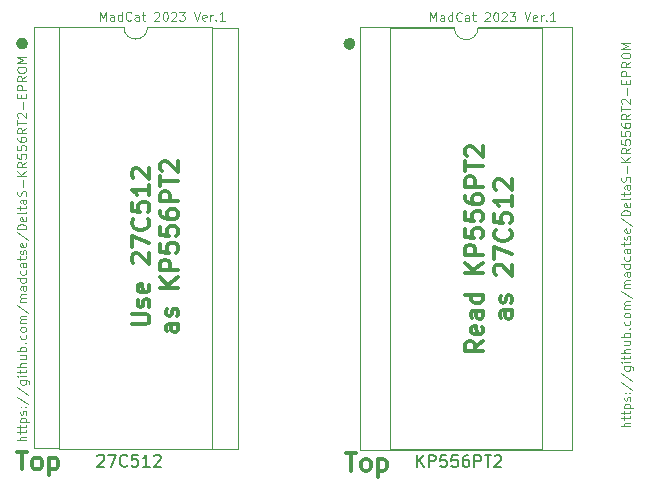
<source format=gbr>
%TF.GenerationSoftware,KiCad,Pcbnew,7.0.1*%
%TF.CreationDate,2023-07-22T01:46:55+03:00*%
%TF.ProjectId,kr556rt2,6b723535-3672-4743-922e-6b696361645f,rev?*%
%TF.SameCoordinates,Original*%
%TF.FileFunction,Legend,Top*%
%TF.FilePolarity,Positive*%
%FSLAX46Y46*%
G04 Gerber Fmt 4.6, Leading zero omitted, Abs format (unit mm)*
G04 Created by KiCad (PCBNEW 7.0.1) date 2023-07-22 01:46:55*
%MOMM*%
%LPD*%
G01*
G04 APERTURE LIST*
%ADD10C,0.522740*%
%ADD11C,0.300000*%
%ADD12C,0.093750*%
%ADD13C,0.150000*%
%ADD14C,0.120000*%
%ADD15C,0.100000*%
G04 APERTURE END LIST*
D10*
X59697370Y-41148000D02*
G75*
G03*
X59697370Y-41148000I-261370J0D01*
G01*
X87408770Y-41173400D02*
G75*
G03*
X87408770Y-41173400I-261370J0D01*
G01*
D11*
X86858457Y-75811828D02*
X87715600Y-75811828D01*
X87287028Y-77311828D02*
X87287028Y-75811828D01*
X88429885Y-77311828D02*
X88287028Y-77240400D01*
X88287028Y-77240400D02*
X88215599Y-77168971D01*
X88215599Y-77168971D02*
X88144171Y-77026114D01*
X88144171Y-77026114D02*
X88144171Y-76597542D01*
X88144171Y-76597542D02*
X88215599Y-76454685D01*
X88215599Y-76454685D02*
X88287028Y-76383257D01*
X88287028Y-76383257D02*
X88429885Y-76311828D01*
X88429885Y-76311828D02*
X88644171Y-76311828D01*
X88644171Y-76311828D02*
X88787028Y-76383257D01*
X88787028Y-76383257D02*
X88858457Y-76454685D01*
X88858457Y-76454685D02*
X88929885Y-76597542D01*
X88929885Y-76597542D02*
X88929885Y-77026114D01*
X88929885Y-77026114D02*
X88858457Y-77168971D01*
X88858457Y-77168971D02*
X88787028Y-77240400D01*
X88787028Y-77240400D02*
X88644171Y-77311828D01*
X88644171Y-77311828D02*
X88429885Y-77311828D01*
X89572742Y-76311828D02*
X89572742Y-77811828D01*
X89572742Y-76383257D02*
X89715600Y-76311828D01*
X89715600Y-76311828D02*
X90001314Y-76311828D01*
X90001314Y-76311828D02*
X90144171Y-76383257D01*
X90144171Y-76383257D02*
X90215600Y-76454685D01*
X90215600Y-76454685D02*
X90287028Y-76597542D01*
X90287028Y-76597542D02*
X90287028Y-77026114D01*
X90287028Y-77026114D02*
X90215600Y-77168971D01*
X90215600Y-77168971D02*
X90144171Y-77240400D01*
X90144171Y-77240400D02*
X90001314Y-77311828D01*
X90001314Y-77311828D02*
X89715600Y-77311828D01*
X89715600Y-77311828D02*
X89572742Y-77240400D01*
X59020057Y-75710228D02*
X59877200Y-75710228D01*
X59448628Y-77210228D02*
X59448628Y-75710228D01*
X60591485Y-77210228D02*
X60448628Y-77138800D01*
X60448628Y-77138800D02*
X60377199Y-77067371D01*
X60377199Y-77067371D02*
X60305771Y-76924514D01*
X60305771Y-76924514D02*
X60305771Y-76495942D01*
X60305771Y-76495942D02*
X60377199Y-76353085D01*
X60377199Y-76353085D02*
X60448628Y-76281657D01*
X60448628Y-76281657D02*
X60591485Y-76210228D01*
X60591485Y-76210228D02*
X60805771Y-76210228D01*
X60805771Y-76210228D02*
X60948628Y-76281657D01*
X60948628Y-76281657D02*
X61020057Y-76353085D01*
X61020057Y-76353085D02*
X61091485Y-76495942D01*
X61091485Y-76495942D02*
X61091485Y-76924514D01*
X61091485Y-76924514D02*
X61020057Y-77067371D01*
X61020057Y-77067371D02*
X60948628Y-77138800D01*
X60948628Y-77138800D02*
X60805771Y-77210228D01*
X60805771Y-77210228D02*
X60591485Y-77210228D01*
X61734342Y-76210228D02*
X61734342Y-77710228D01*
X61734342Y-76281657D02*
X61877200Y-76210228D01*
X61877200Y-76210228D02*
X62162914Y-76210228D01*
X62162914Y-76210228D02*
X62305771Y-76281657D01*
X62305771Y-76281657D02*
X62377200Y-76353085D01*
X62377200Y-76353085D02*
X62448628Y-76495942D01*
X62448628Y-76495942D02*
X62448628Y-76924514D01*
X62448628Y-76924514D02*
X62377200Y-77067371D01*
X62377200Y-77067371D02*
X62305771Y-77138800D01*
X62305771Y-77138800D02*
X62162914Y-77210228D01*
X62162914Y-77210228D02*
X61877200Y-77210228D01*
X61877200Y-77210228D02*
X61734342Y-77138800D01*
D12*
X59764514Y-74751428D02*
X59014514Y-74751428D01*
X59764514Y-74430000D02*
X59371657Y-74430000D01*
X59371657Y-74430000D02*
X59300228Y-74465714D01*
X59300228Y-74465714D02*
X59264514Y-74537142D01*
X59264514Y-74537142D02*
X59264514Y-74644285D01*
X59264514Y-74644285D02*
X59300228Y-74715714D01*
X59300228Y-74715714D02*
X59335942Y-74751428D01*
X59264514Y-74180000D02*
X59264514Y-73894286D01*
X59014514Y-74072857D02*
X59657371Y-74072857D01*
X59657371Y-74072857D02*
X59728800Y-74037143D01*
X59728800Y-74037143D02*
X59764514Y-73965714D01*
X59764514Y-73965714D02*
X59764514Y-73894286D01*
X59264514Y-73751429D02*
X59264514Y-73465715D01*
X59014514Y-73644286D02*
X59657371Y-73644286D01*
X59657371Y-73644286D02*
X59728800Y-73608572D01*
X59728800Y-73608572D02*
X59764514Y-73537143D01*
X59764514Y-73537143D02*
X59764514Y-73465715D01*
X59264514Y-73215715D02*
X60014514Y-73215715D01*
X59300228Y-73215715D02*
X59264514Y-73144287D01*
X59264514Y-73144287D02*
X59264514Y-73001429D01*
X59264514Y-73001429D02*
X59300228Y-72930001D01*
X59300228Y-72930001D02*
X59335942Y-72894287D01*
X59335942Y-72894287D02*
X59407371Y-72858572D01*
X59407371Y-72858572D02*
X59621657Y-72858572D01*
X59621657Y-72858572D02*
X59693085Y-72894287D01*
X59693085Y-72894287D02*
X59728800Y-72930001D01*
X59728800Y-72930001D02*
X59764514Y-73001429D01*
X59764514Y-73001429D02*
X59764514Y-73144287D01*
X59764514Y-73144287D02*
X59728800Y-73215715D01*
X59728800Y-72572858D02*
X59764514Y-72501430D01*
X59764514Y-72501430D02*
X59764514Y-72358573D01*
X59764514Y-72358573D02*
X59728800Y-72287144D01*
X59728800Y-72287144D02*
X59657371Y-72251430D01*
X59657371Y-72251430D02*
X59621657Y-72251430D01*
X59621657Y-72251430D02*
X59550228Y-72287144D01*
X59550228Y-72287144D02*
X59514514Y-72358573D01*
X59514514Y-72358573D02*
X59514514Y-72465716D01*
X59514514Y-72465716D02*
X59478800Y-72537144D01*
X59478800Y-72537144D02*
X59407371Y-72572858D01*
X59407371Y-72572858D02*
X59371657Y-72572858D01*
X59371657Y-72572858D02*
X59300228Y-72537144D01*
X59300228Y-72537144D02*
X59264514Y-72465716D01*
X59264514Y-72465716D02*
X59264514Y-72358573D01*
X59264514Y-72358573D02*
X59300228Y-72287144D01*
X59693085Y-71930001D02*
X59728800Y-71894287D01*
X59728800Y-71894287D02*
X59764514Y-71930001D01*
X59764514Y-71930001D02*
X59728800Y-71965715D01*
X59728800Y-71965715D02*
X59693085Y-71930001D01*
X59693085Y-71930001D02*
X59764514Y-71930001D01*
X59300228Y-71930001D02*
X59335942Y-71894287D01*
X59335942Y-71894287D02*
X59371657Y-71930001D01*
X59371657Y-71930001D02*
X59335942Y-71965715D01*
X59335942Y-71965715D02*
X59300228Y-71930001D01*
X59300228Y-71930001D02*
X59371657Y-71930001D01*
X58978800Y-71037144D02*
X59943085Y-71680001D01*
X58978800Y-70251430D02*
X59943085Y-70894287D01*
X59264514Y-69680002D02*
X59871657Y-69680002D01*
X59871657Y-69680002D02*
X59943085Y-69715716D01*
X59943085Y-69715716D02*
X59978800Y-69751430D01*
X59978800Y-69751430D02*
X60014514Y-69822859D01*
X60014514Y-69822859D02*
X60014514Y-69930002D01*
X60014514Y-69930002D02*
X59978800Y-70001430D01*
X59728800Y-69680002D02*
X59764514Y-69751430D01*
X59764514Y-69751430D02*
X59764514Y-69894287D01*
X59764514Y-69894287D02*
X59728800Y-69965716D01*
X59728800Y-69965716D02*
X59693085Y-70001430D01*
X59693085Y-70001430D02*
X59621657Y-70037144D01*
X59621657Y-70037144D02*
X59407371Y-70037144D01*
X59407371Y-70037144D02*
X59335942Y-70001430D01*
X59335942Y-70001430D02*
X59300228Y-69965716D01*
X59300228Y-69965716D02*
X59264514Y-69894287D01*
X59264514Y-69894287D02*
X59264514Y-69751430D01*
X59264514Y-69751430D02*
X59300228Y-69680002D01*
X59764514Y-69322859D02*
X59264514Y-69322859D01*
X59014514Y-69322859D02*
X59050228Y-69358573D01*
X59050228Y-69358573D02*
X59085942Y-69322859D01*
X59085942Y-69322859D02*
X59050228Y-69287145D01*
X59050228Y-69287145D02*
X59014514Y-69322859D01*
X59014514Y-69322859D02*
X59085942Y-69322859D01*
X59264514Y-69072859D02*
X59264514Y-68787145D01*
X59014514Y-68965716D02*
X59657371Y-68965716D01*
X59657371Y-68965716D02*
X59728800Y-68930002D01*
X59728800Y-68930002D02*
X59764514Y-68858573D01*
X59764514Y-68858573D02*
X59764514Y-68787145D01*
X59764514Y-68537145D02*
X59014514Y-68537145D01*
X59764514Y-68215717D02*
X59371657Y-68215717D01*
X59371657Y-68215717D02*
X59300228Y-68251431D01*
X59300228Y-68251431D02*
X59264514Y-68322859D01*
X59264514Y-68322859D02*
X59264514Y-68430002D01*
X59264514Y-68430002D02*
X59300228Y-68501431D01*
X59300228Y-68501431D02*
X59335942Y-68537145D01*
X59264514Y-67537146D02*
X59764514Y-67537146D01*
X59264514Y-67858574D02*
X59657371Y-67858574D01*
X59657371Y-67858574D02*
X59728800Y-67822860D01*
X59728800Y-67822860D02*
X59764514Y-67751431D01*
X59764514Y-67751431D02*
X59764514Y-67644288D01*
X59764514Y-67644288D02*
X59728800Y-67572860D01*
X59728800Y-67572860D02*
X59693085Y-67537146D01*
X59764514Y-67180003D02*
X59014514Y-67180003D01*
X59300228Y-67180003D02*
X59264514Y-67108575D01*
X59264514Y-67108575D02*
X59264514Y-66965717D01*
X59264514Y-66965717D02*
X59300228Y-66894289D01*
X59300228Y-66894289D02*
X59335942Y-66858575D01*
X59335942Y-66858575D02*
X59407371Y-66822860D01*
X59407371Y-66822860D02*
X59621657Y-66822860D01*
X59621657Y-66822860D02*
X59693085Y-66858575D01*
X59693085Y-66858575D02*
X59728800Y-66894289D01*
X59728800Y-66894289D02*
X59764514Y-66965717D01*
X59764514Y-66965717D02*
X59764514Y-67108575D01*
X59764514Y-67108575D02*
X59728800Y-67180003D01*
X59693085Y-66501432D02*
X59728800Y-66465718D01*
X59728800Y-66465718D02*
X59764514Y-66501432D01*
X59764514Y-66501432D02*
X59728800Y-66537146D01*
X59728800Y-66537146D02*
X59693085Y-66501432D01*
X59693085Y-66501432D02*
X59764514Y-66501432D01*
X59728800Y-65822861D02*
X59764514Y-65894289D01*
X59764514Y-65894289D02*
X59764514Y-66037146D01*
X59764514Y-66037146D02*
X59728800Y-66108575D01*
X59728800Y-66108575D02*
X59693085Y-66144289D01*
X59693085Y-66144289D02*
X59621657Y-66180003D01*
X59621657Y-66180003D02*
X59407371Y-66180003D01*
X59407371Y-66180003D02*
X59335942Y-66144289D01*
X59335942Y-66144289D02*
X59300228Y-66108575D01*
X59300228Y-66108575D02*
X59264514Y-66037146D01*
X59264514Y-66037146D02*
X59264514Y-65894289D01*
X59264514Y-65894289D02*
X59300228Y-65822861D01*
X59764514Y-65394289D02*
X59728800Y-65465718D01*
X59728800Y-65465718D02*
X59693085Y-65501432D01*
X59693085Y-65501432D02*
X59621657Y-65537146D01*
X59621657Y-65537146D02*
X59407371Y-65537146D01*
X59407371Y-65537146D02*
X59335942Y-65501432D01*
X59335942Y-65501432D02*
X59300228Y-65465718D01*
X59300228Y-65465718D02*
X59264514Y-65394289D01*
X59264514Y-65394289D02*
X59264514Y-65287146D01*
X59264514Y-65287146D02*
X59300228Y-65215718D01*
X59300228Y-65215718D02*
X59335942Y-65180004D01*
X59335942Y-65180004D02*
X59407371Y-65144289D01*
X59407371Y-65144289D02*
X59621657Y-65144289D01*
X59621657Y-65144289D02*
X59693085Y-65180004D01*
X59693085Y-65180004D02*
X59728800Y-65215718D01*
X59728800Y-65215718D02*
X59764514Y-65287146D01*
X59764514Y-65287146D02*
X59764514Y-65394289D01*
X59764514Y-64822861D02*
X59264514Y-64822861D01*
X59335942Y-64822861D02*
X59300228Y-64787147D01*
X59300228Y-64787147D02*
X59264514Y-64715718D01*
X59264514Y-64715718D02*
X59264514Y-64608575D01*
X59264514Y-64608575D02*
X59300228Y-64537147D01*
X59300228Y-64537147D02*
X59371657Y-64501433D01*
X59371657Y-64501433D02*
X59764514Y-64501433D01*
X59371657Y-64501433D02*
X59300228Y-64465718D01*
X59300228Y-64465718D02*
X59264514Y-64394290D01*
X59264514Y-64394290D02*
X59264514Y-64287147D01*
X59264514Y-64287147D02*
X59300228Y-64215718D01*
X59300228Y-64215718D02*
X59371657Y-64180004D01*
X59371657Y-64180004D02*
X59764514Y-64180004D01*
X58978800Y-63287147D02*
X59943085Y-63930004D01*
X59764514Y-63037147D02*
X59264514Y-63037147D01*
X59335942Y-63037147D02*
X59300228Y-63001433D01*
X59300228Y-63001433D02*
X59264514Y-62930004D01*
X59264514Y-62930004D02*
X59264514Y-62822861D01*
X59264514Y-62822861D02*
X59300228Y-62751433D01*
X59300228Y-62751433D02*
X59371657Y-62715719D01*
X59371657Y-62715719D02*
X59764514Y-62715719D01*
X59371657Y-62715719D02*
X59300228Y-62680004D01*
X59300228Y-62680004D02*
X59264514Y-62608576D01*
X59264514Y-62608576D02*
X59264514Y-62501433D01*
X59264514Y-62501433D02*
X59300228Y-62430004D01*
X59300228Y-62430004D02*
X59371657Y-62394290D01*
X59371657Y-62394290D02*
X59764514Y-62394290D01*
X59764514Y-61715719D02*
X59371657Y-61715719D01*
X59371657Y-61715719D02*
X59300228Y-61751433D01*
X59300228Y-61751433D02*
X59264514Y-61822861D01*
X59264514Y-61822861D02*
X59264514Y-61965719D01*
X59264514Y-61965719D02*
X59300228Y-62037147D01*
X59728800Y-61715719D02*
X59764514Y-61787147D01*
X59764514Y-61787147D02*
X59764514Y-61965719D01*
X59764514Y-61965719D02*
X59728800Y-62037147D01*
X59728800Y-62037147D02*
X59657371Y-62072861D01*
X59657371Y-62072861D02*
X59585942Y-62072861D01*
X59585942Y-62072861D02*
X59514514Y-62037147D01*
X59514514Y-62037147D02*
X59478800Y-61965719D01*
X59478800Y-61965719D02*
X59478800Y-61787147D01*
X59478800Y-61787147D02*
X59443085Y-61715719D01*
X59764514Y-61037148D02*
X59014514Y-61037148D01*
X59728800Y-61037148D02*
X59764514Y-61108576D01*
X59764514Y-61108576D02*
X59764514Y-61251433D01*
X59764514Y-61251433D02*
X59728800Y-61322862D01*
X59728800Y-61322862D02*
X59693085Y-61358576D01*
X59693085Y-61358576D02*
X59621657Y-61394290D01*
X59621657Y-61394290D02*
X59407371Y-61394290D01*
X59407371Y-61394290D02*
X59335942Y-61358576D01*
X59335942Y-61358576D02*
X59300228Y-61322862D01*
X59300228Y-61322862D02*
X59264514Y-61251433D01*
X59264514Y-61251433D02*
X59264514Y-61108576D01*
X59264514Y-61108576D02*
X59300228Y-61037148D01*
X59728800Y-60358577D02*
X59764514Y-60430005D01*
X59764514Y-60430005D02*
X59764514Y-60572862D01*
X59764514Y-60572862D02*
X59728800Y-60644291D01*
X59728800Y-60644291D02*
X59693085Y-60680005D01*
X59693085Y-60680005D02*
X59621657Y-60715719D01*
X59621657Y-60715719D02*
X59407371Y-60715719D01*
X59407371Y-60715719D02*
X59335942Y-60680005D01*
X59335942Y-60680005D02*
X59300228Y-60644291D01*
X59300228Y-60644291D02*
X59264514Y-60572862D01*
X59264514Y-60572862D02*
X59264514Y-60430005D01*
X59264514Y-60430005D02*
X59300228Y-60358577D01*
X59764514Y-59715720D02*
X59371657Y-59715720D01*
X59371657Y-59715720D02*
X59300228Y-59751434D01*
X59300228Y-59751434D02*
X59264514Y-59822862D01*
X59264514Y-59822862D02*
X59264514Y-59965720D01*
X59264514Y-59965720D02*
X59300228Y-60037148D01*
X59728800Y-59715720D02*
X59764514Y-59787148D01*
X59764514Y-59787148D02*
X59764514Y-59965720D01*
X59764514Y-59965720D02*
X59728800Y-60037148D01*
X59728800Y-60037148D02*
X59657371Y-60072862D01*
X59657371Y-60072862D02*
X59585942Y-60072862D01*
X59585942Y-60072862D02*
X59514514Y-60037148D01*
X59514514Y-60037148D02*
X59478800Y-59965720D01*
X59478800Y-59965720D02*
X59478800Y-59787148D01*
X59478800Y-59787148D02*
X59443085Y-59715720D01*
X59264514Y-59465720D02*
X59264514Y-59180006D01*
X59014514Y-59358577D02*
X59657371Y-59358577D01*
X59657371Y-59358577D02*
X59728800Y-59322863D01*
X59728800Y-59322863D02*
X59764514Y-59251434D01*
X59764514Y-59251434D02*
X59764514Y-59180006D01*
X59728800Y-58965720D02*
X59764514Y-58894292D01*
X59764514Y-58894292D02*
X59764514Y-58751435D01*
X59764514Y-58751435D02*
X59728800Y-58680006D01*
X59728800Y-58680006D02*
X59657371Y-58644292D01*
X59657371Y-58644292D02*
X59621657Y-58644292D01*
X59621657Y-58644292D02*
X59550228Y-58680006D01*
X59550228Y-58680006D02*
X59514514Y-58751435D01*
X59514514Y-58751435D02*
X59514514Y-58858578D01*
X59514514Y-58858578D02*
X59478800Y-58930006D01*
X59478800Y-58930006D02*
X59407371Y-58965720D01*
X59407371Y-58965720D02*
X59371657Y-58965720D01*
X59371657Y-58965720D02*
X59300228Y-58930006D01*
X59300228Y-58930006D02*
X59264514Y-58858578D01*
X59264514Y-58858578D02*
X59264514Y-58751435D01*
X59264514Y-58751435D02*
X59300228Y-58680006D01*
X59728800Y-58037149D02*
X59764514Y-58108577D01*
X59764514Y-58108577D02*
X59764514Y-58251435D01*
X59764514Y-58251435D02*
X59728800Y-58322863D01*
X59728800Y-58322863D02*
X59657371Y-58358577D01*
X59657371Y-58358577D02*
X59371657Y-58358577D01*
X59371657Y-58358577D02*
X59300228Y-58322863D01*
X59300228Y-58322863D02*
X59264514Y-58251435D01*
X59264514Y-58251435D02*
X59264514Y-58108577D01*
X59264514Y-58108577D02*
X59300228Y-58037149D01*
X59300228Y-58037149D02*
X59371657Y-58001435D01*
X59371657Y-58001435D02*
X59443085Y-58001435D01*
X59443085Y-58001435D02*
X59514514Y-58358577D01*
X58978800Y-57144292D02*
X59943085Y-57787149D01*
X59764514Y-56894292D02*
X59014514Y-56894292D01*
X59014514Y-56894292D02*
X59014514Y-56715721D01*
X59014514Y-56715721D02*
X59050228Y-56608578D01*
X59050228Y-56608578D02*
X59121657Y-56537149D01*
X59121657Y-56537149D02*
X59193085Y-56501435D01*
X59193085Y-56501435D02*
X59335942Y-56465721D01*
X59335942Y-56465721D02*
X59443085Y-56465721D01*
X59443085Y-56465721D02*
X59585942Y-56501435D01*
X59585942Y-56501435D02*
X59657371Y-56537149D01*
X59657371Y-56537149D02*
X59728800Y-56608578D01*
X59728800Y-56608578D02*
X59764514Y-56715721D01*
X59764514Y-56715721D02*
X59764514Y-56894292D01*
X59728800Y-55858578D02*
X59764514Y-55930006D01*
X59764514Y-55930006D02*
X59764514Y-56072864D01*
X59764514Y-56072864D02*
X59728800Y-56144292D01*
X59728800Y-56144292D02*
X59657371Y-56180006D01*
X59657371Y-56180006D02*
X59371657Y-56180006D01*
X59371657Y-56180006D02*
X59300228Y-56144292D01*
X59300228Y-56144292D02*
X59264514Y-56072864D01*
X59264514Y-56072864D02*
X59264514Y-55930006D01*
X59264514Y-55930006D02*
X59300228Y-55858578D01*
X59300228Y-55858578D02*
X59371657Y-55822864D01*
X59371657Y-55822864D02*
X59443085Y-55822864D01*
X59443085Y-55822864D02*
X59514514Y-56180006D01*
X59764514Y-55394292D02*
X59728800Y-55465721D01*
X59728800Y-55465721D02*
X59657371Y-55501435D01*
X59657371Y-55501435D02*
X59014514Y-55501435D01*
X59264514Y-55215721D02*
X59264514Y-54930007D01*
X59014514Y-55108578D02*
X59657371Y-55108578D01*
X59657371Y-55108578D02*
X59728800Y-55072864D01*
X59728800Y-55072864D02*
X59764514Y-55001435D01*
X59764514Y-55001435D02*
X59764514Y-54930007D01*
X59764514Y-54358579D02*
X59371657Y-54358579D01*
X59371657Y-54358579D02*
X59300228Y-54394293D01*
X59300228Y-54394293D02*
X59264514Y-54465721D01*
X59264514Y-54465721D02*
X59264514Y-54608579D01*
X59264514Y-54608579D02*
X59300228Y-54680007D01*
X59728800Y-54358579D02*
X59764514Y-54430007D01*
X59764514Y-54430007D02*
X59764514Y-54608579D01*
X59764514Y-54608579D02*
X59728800Y-54680007D01*
X59728800Y-54680007D02*
X59657371Y-54715721D01*
X59657371Y-54715721D02*
X59585942Y-54715721D01*
X59585942Y-54715721D02*
X59514514Y-54680007D01*
X59514514Y-54680007D02*
X59478800Y-54608579D01*
X59478800Y-54608579D02*
X59478800Y-54430007D01*
X59478800Y-54430007D02*
X59443085Y-54358579D01*
X59728800Y-54037150D02*
X59764514Y-53930008D01*
X59764514Y-53930008D02*
X59764514Y-53751436D01*
X59764514Y-53751436D02*
X59728800Y-53680008D01*
X59728800Y-53680008D02*
X59693085Y-53644293D01*
X59693085Y-53644293D02*
X59621657Y-53608579D01*
X59621657Y-53608579D02*
X59550228Y-53608579D01*
X59550228Y-53608579D02*
X59478800Y-53644293D01*
X59478800Y-53644293D02*
X59443085Y-53680008D01*
X59443085Y-53680008D02*
X59407371Y-53751436D01*
X59407371Y-53751436D02*
X59371657Y-53894293D01*
X59371657Y-53894293D02*
X59335942Y-53965722D01*
X59335942Y-53965722D02*
X59300228Y-54001436D01*
X59300228Y-54001436D02*
X59228800Y-54037150D01*
X59228800Y-54037150D02*
X59157371Y-54037150D01*
X59157371Y-54037150D02*
X59085942Y-54001436D01*
X59085942Y-54001436D02*
X59050228Y-53965722D01*
X59050228Y-53965722D02*
X59014514Y-53894293D01*
X59014514Y-53894293D02*
X59014514Y-53715722D01*
X59014514Y-53715722D02*
X59050228Y-53608579D01*
X59478800Y-53287150D02*
X59478800Y-52715722D01*
X59764514Y-52358579D02*
X59014514Y-52358579D01*
X59764514Y-51930008D02*
X59335942Y-52251436D01*
X59014514Y-51930008D02*
X59443085Y-52358579D01*
X59764514Y-51180008D02*
X59407371Y-51430008D01*
X59764514Y-51608579D02*
X59014514Y-51608579D01*
X59014514Y-51608579D02*
X59014514Y-51322865D01*
X59014514Y-51322865D02*
X59050228Y-51251436D01*
X59050228Y-51251436D02*
X59085942Y-51215722D01*
X59085942Y-51215722D02*
X59157371Y-51180008D01*
X59157371Y-51180008D02*
X59264514Y-51180008D01*
X59264514Y-51180008D02*
X59335942Y-51215722D01*
X59335942Y-51215722D02*
X59371657Y-51251436D01*
X59371657Y-51251436D02*
X59407371Y-51322865D01*
X59407371Y-51322865D02*
X59407371Y-51608579D01*
X59014514Y-50501436D02*
X59014514Y-50858579D01*
X59014514Y-50858579D02*
X59371657Y-50894293D01*
X59371657Y-50894293D02*
X59335942Y-50858579D01*
X59335942Y-50858579D02*
X59300228Y-50787151D01*
X59300228Y-50787151D02*
X59300228Y-50608579D01*
X59300228Y-50608579D02*
X59335942Y-50537151D01*
X59335942Y-50537151D02*
X59371657Y-50501436D01*
X59371657Y-50501436D02*
X59443085Y-50465722D01*
X59443085Y-50465722D02*
X59621657Y-50465722D01*
X59621657Y-50465722D02*
X59693085Y-50501436D01*
X59693085Y-50501436D02*
X59728800Y-50537151D01*
X59728800Y-50537151D02*
X59764514Y-50608579D01*
X59764514Y-50608579D02*
X59764514Y-50787151D01*
X59764514Y-50787151D02*
X59728800Y-50858579D01*
X59728800Y-50858579D02*
X59693085Y-50894293D01*
X59014514Y-49787150D02*
X59014514Y-50144293D01*
X59014514Y-50144293D02*
X59371657Y-50180007D01*
X59371657Y-50180007D02*
X59335942Y-50144293D01*
X59335942Y-50144293D02*
X59300228Y-50072865D01*
X59300228Y-50072865D02*
X59300228Y-49894293D01*
X59300228Y-49894293D02*
X59335942Y-49822865D01*
X59335942Y-49822865D02*
X59371657Y-49787150D01*
X59371657Y-49787150D02*
X59443085Y-49751436D01*
X59443085Y-49751436D02*
X59621657Y-49751436D01*
X59621657Y-49751436D02*
X59693085Y-49787150D01*
X59693085Y-49787150D02*
X59728800Y-49822865D01*
X59728800Y-49822865D02*
X59764514Y-49894293D01*
X59764514Y-49894293D02*
X59764514Y-50072865D01*
X59764514Y-50072865D02*
X59728800Y-50144293D01*
X59728800Y-50144293D02*
X59693085Y-50180007D01*
X59014514Y-49108579D02*
X59014514Y-49251436D01*
X59014514Y-49251436D02*
X59050228Y-49322864D01*
X59050228Y-49322864D02*
X59085942Y-49358579D01*
X59085942Y-49358579D02*
X59193085Y-49430007D01*
X59193085Y-49430007D02*
X59335942Y-49465721D01*
X59335942Y-49465721D02*
X59621657Y-49465721D01*
X59621657Y-49465721D02*
X59693085Y-49430007D01*
X59693085Y-49430007D02*
X59728800Y-49394293D01*
X59728800Y-49394293D02*
X59764514Y-49322864D01*
X59764514Y-49322864D02*
X59764514Y-49180007D01*
X59764514Y-49180007D02*
X59728800Y-49108579D01*
X59728800Y-49108579D02*
X59693085Y-49072864D01*
X59693085Y-49072864D02*
X59621657Y-49037150D01*
X59621657Y-49037150D02*
X59443085Y-49037150D01*
X59443085Y-49037150D02*
X59371657Y-49072864D01*
X59371657Y-49072864D02*
X59335942Y-49108579D01*
X59335942Y-49108579D02*
X59300228Y-49180007D01*
X59300228Y-49180007D02*
X59300228Y-49322864D01*
X59300228Y-49322864D02*
X59335942Y-49394293D01*
X59335942Y-49394293D02*
X59371657Y-49430007D01*
X59371657Y-49430007D02*
X59443085Y-49465721D01*
X59764514Y-48287150D02*
X59407371Y-48537150D01*
X59764514Y-48715721D02*
X59014514Y-48715721D01*
X59014514Y-48715721D02*
X59014514Y-48430007D01*
X59014514Y-48430007D02*
X59050228Y-48358578D01*
X59050228Y-48358578D02*
X59085942Y-48322864D01*
X59085942Y-48322864D02*
X59157371Y-48287150D01*
X59157371Y-48287150D02*
X59264514Y-48287150D01*
X59264514Y-48287150D02*
X59335942Y-48322864D01*
X59335942Y-48322864D02*
X59371657Y-48358578D01*
X59371657Y-48358578D02*
X59407371Y-48430007D01*
X59407371Y-48430007D02*
X59407371Y-48715721D01*
X59014514Y-48072864D02*
X59014514Y-47644293D01*
X59764514Y-47858578D02*
X59014514Y-47858578D01*
X59085942Y-47430006D02*
X59050228Y-47394292D01*
X59050228Y-47394292D02*
X59014514Y-47322864D01*
X59014514Y-47322864D02*
X59014514Y-47144292D01*
X59014514Y-47144292D02*
X59050228Y-47072864D01*
X59050228Y-47072864D02*
X59085942Y-47037149D01*
X59085942Y-47037149D02*
X59157371Y-47001435D01*
X59157371Y-47001435D02*
X59228800Y-47001435D01*
X59228800Y-47001435D02*
X59335942Y-47037149D01*
X59335942Y-47037149D02*
X59764514Y-47465721D01*
X59764514Y-47465721D02*
X59764514Y-47001435D01*
X59478800Y-46680006D02*
X59478800Y-46108578D01*
X59371657Y-45751435D02*
X59371657Y-45501435D01*
X59764514Y-45394292D02*
X59764514Y-45751435D01*
X59764514Y-45751435D02*
X59014514Y-45751435D01*
X59014514Y-45751435D02*
X59014514Y-45394292D01*
X59764514Y-45072864D02*
X59014514Y-45072864D01*
X59014514Y-45072864D02*
X59014514Y-44787150D01*
X59014514Y-44787150D02*
X59050228Y-44715721D01*
X59050228Y-44715721D02*
X59085942Y-44680007D01*
X59085942Y-44680007D02*
X59157371Y-44644293D01*
X59157371Y-44644293D02*
X59264514Y-44644293D01*
X59264514Y-44644293D02*
X59335942Y-44680007D01*
X59335942Y-44680007D02*
X59371657Y-44715721D01*
X59371657Y-44715721D02*
X59407371Y-44787150D01*
X59407371Y-44787150D02*
X59407371Y-45072864D01*
X59764514Y-43894293D02*
X59407371Y-44144293D01*
X59764514Y-44322864D02*
X59014514Y-44322864D01*
X59014514Y-44322864D02*
X59014514Y-44037150D01*
X59014514Y-44037150D02*
X59050228Y-43965721D01*
X59050228Y-43965721D02*
X59085942Y-43930007D01*
X59085942Y-43930007D02*
X59157371Y-43894293D01*
X59157371Y-43894293D02*
X59264514Y-43894293D01*
X59264514Y-43894293D02*
X59335942Y-43930007D01*
X59335942Y-43930007D02*
X59371657Y-43965721D01*
X59371657Y-43965721D02*
X59407371Y-44037150D01*
X59407371Y-44037150D02*
X59407371Y-44322864D01*
X59014514Y-43430007D02*
X59014514Y-43287150D01*
X59014514Y-43287150D02*
X59050228Y-43215721D01*
X59050228Y-43215721D02*
X59121657Y-43144293D01*
X59121657Y-43144293D02*
X59264514Y-43108578D01*
X59264514Y-43108578D02*
X59514514Y-43108578D01*
X59514514Y-43108578D02*
X59657371Y-43144293D01*
X59657371Y-43144293D02*
X59728800Y-43215721D01*
X59728800Y-43215721D02*
X59764514Y-43287150D01*
X59764514Y-43287150D02*
X59764514Y-43430007D01*
X59764514Y-43430007D02*
X59728800Y-43501436D01*
X59728800Y-43501436D02*
X59657371Y-43572864D01*
X59657371Y-43572864D02*
X59514514Y-43608578D01*
X59514514Y-43608578D02*
X59264514Y-43608578D01*
X59264514Y-43608578D02*
X59121657Y-43572864D01*
X59121657Y-43572864D02*
X59050228Y-43501436D01*
X59050228Y-43501436D02*
X59014514Y-43430007D01*
X59764514Y-42787150D02*
X59014514Y-42787150D01*
X59014514Y-42787150D02*
X59550228Y-42537150D01*
X59550228Y-42537150D02*
X59014514Y-42287150D01*
X59014514Y-42287150D02*
X59764514Y-42287150D01*
D11*
X98462728Y-66332713D02*
X97748442Y-66832713D01*
X98462728Y-67189856D02*
X96962728Y-67189856D01*
X96962728Y-67189856D02*
X96962728Y-66618427D01*
X96962728Y-66618427D02*
X97034157Y-66475570D01*
X97034157Y-66475570D02*
X97105585Y-66404141D01*
X97105585Y-66404141D02*
X97248442Y-66332713D01*
X97248442Y-66332713D02*
X97462728Y-66332713D01*
X97462728Y-66332713D02*
X97605585Y-66404141D01*
X97605585Y-66404141D02*
X97677014Y-66475570D01*
X97677014Y-66475570D02*
X97748442Y-66618427D01*
X97748442Y-66618427D02*
X97748442Y-67189856D01*
X98391300Y-65118427D02*
X98462728Y-65261284D01*
X98462728Y-65261284D02*
X98462728Y-65546999D01*
X98462728Y-65546999D02*
X98391300Y-65689856D01*
X98391300Y-65689856D02*
X98248442Y-65761284D01*
X98248442Y-65761284D02*
X97677014Y-65761284D01*
X97677014Y-65761284D02*
X97534157Y-65689856D01*
X97534157Y-65689856D02*
X97462728Y-65546999D01*
X97462728Y-65546999D02*
X97462728Y-65261284D01*
X97462728Y-65261284D02*
X97534157Y-65118427D01*
X97534157Y-65118427D02*
X97677014Y-65046999D01*
X97677014Y-65046999D02*
X97819871Y-65046999D01*
X97819871Y-65046999D02*
X97962728Y-65761284D01*
X98462728Y-63761285D02*
X97677014Y-63761285D01*
X97677014Y-63761285D02*
X97534157Y-63832713D01*
X97534157Y-63832713D02*
X97462728Y-63975570D01*
X97462728Y-63975570D02*
X97462728Y-64261285D01*
X97462728Y-64261285D02*
X97534157Y-64404142D01*
X98391300Y-63761285D02*
X98462728Y-63904142D01*
X98462728Y-63904142D02*
X98462728Y-64261285D01*
X98462728Y-64261285D02*
X98391300Y-64404142D01*
X98391300Y-64404142D02*
X98248442Y-64475570D01*
X98248442Y-64475570D02*
X98105585Y-64475570D01*
X98105585Y-64475570D02*
X97962728Y-64404142D01*
X97962728Y-64404142D02*
X97891300Y-64261285D01*
X97891300Y-64261285D02*
X97891300Y-63904142D01*
X97891300Y-63904142D02*
X97819871Y-63761285D01*
X98462728Y-62404142D02*
X96962728Y-62404142D01*
X98391300Y-62404142D02*
X98462728Y-62546999D01*
X98462728Y-62546999D02*
X98462728Y-62832713D01*
X98462728Y-62832713D02*
X98391300Y-62975570D01*
X98391300Y-62975570D02*
X98319871Y-63046999D01*
X98319871Y-63046999D02*
X98177014Y-63118427D01*
X98177014Y-63118427D02*
X97748442Y-63118427D01*
X97748442Y-63118427D02*
X97605585Y-63046999D01*
X97605585Y-63046999D02*
X97534157Y-62975570D01*
X97534157Y-62975570D02*
X97462728Y-62832713D01*
X97462728Y-62832713D02*
X97462728Y-62546999D01*
X97462728Y-62546999D02*
X97534157Y-62404142D01*
X98462728Y-60546999D02*
X96962728Y-60546999D01*
X98462728Y-59689856D02*
X97605585Y-60332713D01*
X96962728Y-59689856D02*
X97819871Y-60546999D01*
X98462728Y-59046999D02*
X96962728Y-59046999D01*
X96962728Y-59046999D02*
X96962728Y-58475570D01*
X96962728Y-58475570D02*
X97034157Y-58332713D01*
X97034157Y-58332713D02*
X97105585Y-58261284D01*
X97105585Y-58261284D02*
X97248442Y-58189856D01*
X97248442Y-58189856D02*
X97462728Y-58189856D01*
X97462728Y-58189856D02*
X97605585Y-58261284D01*
X97605585Y-58261284D02*
X97677014Y-58332713D01*
X97677014Y-58332713D02*
X97748442Y-58475570D01*
X97748442Y-58475570D02*
X97748442Y-59046999D01*
X96962728Y-56832713D02*
X96962728Y-57546999D01*
X96962728Y-57546999D02*
X97677014Y-57618427D01*
X97677014Y-57618427D02*
X97605585Y-57546999D01*
X97605585Y-57546999D02*
X97534157Y-57404142D01*
X97534157Y-57404142D02*
X97534157Y-57046999D01*
X97534157Y-57046999D02*
X97605585Y-56904142D01*
X97605585Y-56904142D02*
X97677014Y-56832713D01*
X97677014Y-56832713D02*
X97819871Y-56761284D01*
X97819871Y-56761284D02*
X98177014Y-56761284D01*
X98177014Y-56761284D02*
X98319871Y-56832713D01*
X98319871Y-56832713D02*
X98391300Y-56904142D01*
X98391300Y-56904142D02*
X98462728Y-57046999D01*
X98462728Y-57046999D02*
X98462728Y-57404142D01*
X98462728Y-57404142D02*
X98391300Y-57546999D01*
X98391300Y-57546999D02*
X98319871Y-57618427D01*
X96962728Y-55404142D02*
X96962728Y-56118428D01*
X96962728Y-56118428D02*
X97677014Y-56189856D01*
X97677014Y-56189856D02*
X97605585Y-56118428D01*
X97605585Y-56118428D02*
X97534157Y-55975571D01*
X97534157Y-55975571D02*
X97534157Y-55618428D01*
X97534157Y-55618428D02*
X97605585Y-55475571D01*
X97605585Y-55475571D02*
X97677014Y-55404142D01*
X97677014Y-55404142D02*
X97819871Y-55332713D01*
X97819871Y-55332713D02*
X98177014Y-55332713D01*
X98177014Y-55332713D02*
X98319871Y-55404142D01*
X98319871Y-55404142D02*
X98391300Y-55475571D01*
X98391300Y-55475571D02*
X98462728Y-55618428D01*
X98462728Y-55618428D02*
X98462728Y-55975571D01*
X98462728Y-55975571D02*
X98391300Y-56118428D01*
X98391300Y-56118428D02*
X98319871Y-56189856D01*
X96962728Y-54047000D02*
X96962728Y-54332714D01*
X96962728Y-54332714D02*
X97034157Y-54475571D01*
X97034157Y-54475571D02*
X97105585Y-54547000D01*
X97105585Y-54547000D02*
X97319871Y-54689857D01*
X97319871Y-54689857D02*
X97605585Y-54761285D01*
X97605585Y-54761285D02*
X98177014Y-54761285D01*
X98177014Y-54761285D02*
X98319871Y-54689857D01*
X98319871Y-54689857D02*
X98391300Y-54618428D01*
X98391300Y-54618428D02*
X98462728Y-54475571D01*
X98462728Y-54475571D02*
X98462728Y-54189857D01*
X98462728Y-54189857D02*
X98391300Y-54047000D01*
X98391300Y-54047000D02*
X98319871Y-53975571D01*
X98319871Y-53975571D02*
X98177014Y-53904142D01*
X98177014Y-53904142D02*
X97819871Y-53904142D01*
X97819871Y-53904142D02*
X97677014Y-53975571D01*
X97677014Y-53975571D02*
X97605585Y-54047000D01*
X97605585Y-54047000D02*
X97534157Y-54189857D01*
X97534157Y-54189857D02*
X97534157Y-54475571D01*
X97534157Y-54475571D02*
X97605585Y-54618428D01*
X97605585Y-54618428D02*
X97677014Y-54689857D01*
X97677014Y-54689857D02*
X97819871Y-54761285D01*
X98462728Y-53261286D02*
X96962728Y-53261286D01*
X96962728Y-53261286D02*
X96962728Y-52689857D01*
X96962728Y-52689857D02*
X97034157Y-52547000D01*
X97034157Y-52547000D02*
X97105585Y-52475571D01*
X97105585Y-52475571D02*
X97248442Y-52404143D01*
X97248442Y-52404143D02*
X97462728Y-52404143D01*
X97462728Y-52404143D02*
X97605585Y-52475571D01*
X97605585Y-52475571D02*
X97677014Y-52547000D01*
X97677014Y-52547000D02*
X97748442Y-52689857D01*
X97748442Y-52689857D02*
X97748442Y-53261286D01*
X96962728Y-51975571D02*
X96962728Y-51118429D01*
X98462728Y-51547000D02*
X96962728Y-51547000D01*
X97105585Y-50689857D02*
X97034157Y-50618429D01*
X97034157Y-50618429D02*
X96962728Y-50475572D01*
X96962728Y-50475572D02*
X96962728Y-50118429D01*
X96962728Y-50118429D02*
X97034157Y-49975572D01*
X97034157Y-49975572D02*
X97105585Y-49904143D01*
X97105585Y-49904143D02*
X97248442Y-49832714D01*
X97248442Y-49832714D02*
X97391300Y-49832714D01*
X97391300Y-49832714D02*
X97605585Y-49904143D01*
X97605585Y-49904143D02*
X98462728Y-50761286D01*
X98462728Y-50761286D02*
X98462728Y-49832714D01*
X100892728Y-63725570D02*
X100107014Y-63725570D01*
X100107014Y-63725570D02*
X99964157Y-63796998D01*
X99964157Y-63796998D02*
X99892728Y-63939855D01*
X99892728Y-63939855D02*
X99892728Y-64225570D01*
X99892728Y-64225570D02*
X99964157Y-64368427D01*
X100821300Y-63725570D02*
X100892728Y-63868427D01*
X100892728Y-63868427D02*
X100892728Y-64225570D01*
X100892728Y-64225570D02*
X100821300Y-64368427D01*
X100821300Y-64368427D02*
X100678442Y-64439855D01*
X100678442Y-64439855D02*
X100535585Y-64439855D01*
X100535585Y-64439855D02*
X100392728Y-64368427D01*
X100392728Y-64368427D02*
X100321300Y-64225570D01*
X100321300Y-64225570D02*
X100321300Y-63868427D01*
X100321300Y-63868427D02*
X100249871Y-63725570D01*
X100821300Y-63082712D02*
X100892728Y-62939855D01*
X100892728Y-62939855D02*
X100892728Y-62654141D01*
X100892728Y-62654141D02*
X100821300Y-62511284D01*
X100821300Y-62511284D02*
X100678442Y-62439855D01*
X100678442Y-62439855D02*
X100607014Y-62439855D01*
X100607014Y-62439855D02*
X100464157Y-62511284D01*
X100464157Y-62511284D02*
X100392728Y-62654141D01*
X100392728Y-62654141D02*
X100392728Y-62868427D01*
X100392728Y-62868427D02*
X100321300Y-63011284D01*
X100321300Y-63011284D02*
X100178442Y-63082712D01*
X100178442Y-63082712D02*
X100107014Y-63082712D01*
X100107014Y-63082712D02*
X99964157Y-63011284D01*
X99964157Y-63011284D02*
X99892728Y-62868427D01*
X99892728Y-62868427D02*
X99892728Y-62654141D01*
X99892728Y-62654141D02*
X99964157Y-62511284D01*
X99535585Y-60725569D02*
X99464157Y-60654141D01*
X99464157Y-60654141D02*
X99392728Y-60511284D01*
X99392728Y-60511284D02*
X99392728Y-60154141D01*
X99392728Y-60154141D02*
X99464157Y-60011284D01*
X99464157Y-60011284D02*
X99535585Y-59939855D01*
X99535585Y-59939855D02*
X99678442Y-59868426D01*
X99678442Y-59868426D02*
X99821300Y-59868426D01*
X99821300Y-59868426D02*
X100035585Y-59939855D01*
X100035585Y-59939855D02*
X100892728Y-60796998D01*
X100892728Y-60796998D02*
X100892728Y-59868426D01*
X99392728Y-59368427D02*
X99392728Y-58368427D01*
X99392728Y-58368427D02*
X100892728Y-59011284D01*
X100749871Y-56939856D02*
X100821300Y-57011284D01*
X100821300Y-57011284D02*
X100892728Y-57225570D01*
X100892728Y-57225570D02*
X100892728Y-57368427D01*
X100892728Y-57368427D02*
X100821300Y-57582713D01*
X100821300Y-57582713D02*
X100678442Y-57725570D01*
X100678442Y-57725570D02*
X100535585Y-57796999D01*
X100535585Y-57796999D02*
X100249871Y-57868427D01*
X100249871Y-57868427D02*
X100035585Y-57868427D01*
X100035585Y-57868427D02*
X99749871Y-57796999D01*
X99749871Y-57796999D02*
X99607014Y-57725570D01*
X99607014Y-57725570D02*
X99464157Y-57582713D01*
X99464157Y-57582713D02*
X99392728Y-57368427D01*
X99392728Y-57368427D02*
X99392728Y-57225570D01*
X99392728Y-57225570D02*
X99464157Y-57011284D01*
X99464157Y-57011284D02*
X99535585Y-56939856D01*
X99392728Y-55582713D02*
X99392728Y-56296999D01*
X99392728Y-56296999D02*
X100107014Y-56368427D01*
X100107014Y-56368427D02*
X100035585Y-56296999D01*
X100035585Y-56296999D02*
X99964157Y-56154142D01*
X99964157Y-56154142D02*
X99964157Y-55796999D01*
X99964157Y-55796999D02*
X100035585Y-55654142D01*
X100035585Y-55654142D02*
X100107014Y-55582713D01*
X100107014Y-55582713D02*
X100249871Y-55511284D01*
X100249871Y-55511284D02*
X100607014Y-55511284D01*
X100607014Y-55511284D02*
X100749871Y-55582713D01*
X100749871Y-55582713D02*
X100821300Y-55654142D01*
X100821300Y-55654142D02*
X100892728Y-55796999D01*
X100892728Y-55796999D02*
X100892728Y-56154142D01*
X100892728Y-56154142D02*
X100821300Y-56296999D01*
X100821300Y-56296999D02*
X100749871Y-56368427D01*
X100892728Y-54082713D02*
X100892728Y-54939856D01*
X100892728Y-54511285D02*
X99392728Y-54511285D01*
X99392728Y-54511285D02*
X99607014Y-54654142D01*
X99607014Y-54654142D02*
X99749871Y-54796999D01*
X99749871Y-54796999D02*
X99821300Y-54939856D01*
X99535585Y-53511285D02*
X99464157Y-53439857D01*
X99464157Y-53439857D02*
X99392728Y-53297000D01*
X99392728Y-53297000D02*
X99392728Y-52939857D01*
X99392728Y-52939857D02*
X99464157Y-52797000D01*
X99464157Y-52797000D02*
X99535585Y-52725571D01*
X99535585Y-52725571D02*
X99678442Y-52654142D01*
X99678442Y-52654142D02*
X99821300Y-52654142D01*
X99821300Y-52654142D02*
X100035585Y-52725571D01*
X100035585Y-52725571D02*
X100892728Y-53582714D01*
X100892728Y-53582714D02*
X100892728Y-52654142D01*
D12*
X66015371Y-39215914D02*
X66015371Y-38465914D01*
X66015371Y-38465914D02*
X66265371Y-39001628D01*
X66265371Y-39001628D02*
X66515371Y-38465914D01*
X66515371Y-38465914D02*
X66515371Y-39215914D01*
X67193943Y-39215914D02*
X67193943Y-38823057D01*
X67193943Y-38823057D02*
X67158228Y-38751628D01*
X67158228Y-38751628D02*
X67086800Y-38715914D01*
X67086800Y-38715914D02*
X66943943Y-38715914D01*
X66943943Y-38715914D02*
X66872514Y-38751628D01*
X67193943Y-39180200D02*
X67122514Y-39215914D01*
X67122514Y-39215914D02*
X66943943Y-39215914D01*
X66943943Y-39215914D02*
X66872514Y-39180200D01*
X66872514Y-39180200D02*
X66836800Y-39108771D01*
X66836800Y-39108771D02*
X66836800Y-39037342D01*
X66836800Y-39037342D02*
X66872514Y-38965914D01*
X66872514Y-38965914D02*
X66943943Y-38930200D01*
X66943943Y-38930200D02*
X67122514Y-38930200D01*
X67122514Y-38930200D02*
X67193943Y-38894485D01*
X67872514Y-39215914D02*
X67872514Y-38465914D01*
X67872514Y-39180200D02*
X67801085Y-39215914D01*
X67801085Y-39215914D02*
X67658228Y-39215914D01*
X67658228Y-39215914D02*
X67586799Y-39180200D01*
X67586799Y-39180200D02*
X67551085Y-39144485D01*
X67551085Y-39144485D02*
X67515371Y-39073057D01*
X67515371Y-39073057D02*
X67515371Y-38858771D01*
X67515371Y-38858771D02*
X67551085Y-38787342D01*
X67551085Y-38787342D02*
X67586799Y-38751628D01*
X67586799Y-38751628D02*
X67658228Y-38715914D01*
X67658228Y-38715914D02*
X67801085Y-38715914D01*
X67801085Y-38715914D02*
X67872514Y-38751628D01*
X68658227Y-39144485D02*
X68622513Y-39180200D01*
X68622513Y-39180200D02*
X68515370Y-39215914D01*
X68515370Y-39215914D02*
X68443942Y-39215914D01*
X68443942Y-39215914D02*
X68336799Y-39180200D01*
X68336799Y-39180200D02*
X68265370Y-39108771D01*
X68265370Y-39108771D02*
X68229656Y-39037342D01*
X68229656Y-39037342D02*
X68193942Y-38894485D01*
X68193942Y-38894485D02*
X68193942Y-38787342D01*
X68193942Y-38787342D02*
X68229656Y-38644485D01*
X68229656Y-38644485D02*
X68265370Y-38573057D01*
X68265370Y-38573057D02*
X68336799Y-38501628D01*
X68336799Y-38501628D02*
X68443942Y-38465914D01*
X68443942Y-38465914D02*
X68515370Y-38465914D01*
X68515370Y-38465914D02*
X68622513Y-38501628D01*
X68622513Y-38501628D02*
X68658227Y-38537342D01*
X69301085Y-39215914D02*
X69301085Y-38823057D01*
X69301085Y-38823057D02*
X69265370Y-38751628D01*
X69265370Y-38751628D02*
X69193942Y-38715914D01*
X69193942Y-38715914D02*
X69051085Y-38715914D01*
X69051085Y-38715914D02*
X68979656Y-38751628D01*
X69301085Y-39180200D02*
X69229656Y-39215914D01*
X69229656Y-39215914D02*
X69051085Y-39215914D01*
X69051085Y-39215914D02*
X68979656Y-39180200D01*
X68979656Y-39180200D02*
X68943942Y-39108771D01*
X68943942Y-39108771D02*
X68943942Y-39037342D01*
X68943942Y-39037342D02*
X68979656Y-38965914D01*
X68979656Y-38965914D02*
X69051085Y-38930200D01*
X69051085Y-38930200D02*
X69229656Y-38930200D01*
X69229656Y-38930200D02*
X69301085Y-38894485D01*
X69551084Y-38715914D02*
X69836798Y-38715914D01*
X69658227Y-38465914D02*
X69658227Y-39108771D01*
X69658227Y-39108771D02*
X69693941Y-39180200D01*
X69693941Y-39180200D02*
X69765370Y-39215914D01*
X69765370Y-39215914D02*
X69836798Y-39215914D01*
X70622513Y-38537342D02*
X70658227Y-38501628D01*
X70658227Y-38501628D02*
X70729656Y-38465914D01*
X70729656Y-38465914D02*
X70908227Y-38465914D01*
X70908227Y-38465914D02*
X70979656Y-38501628D01*
X70979656Y-38501628D02*
X71015370Y-38537342D01*
X71015370Y-38537342D02*
X71051084Y-38608771D01*
X71051084Y-38608771D02*
X71051084Y-38680200D01*
X71051084Y-38680200D02*
X71015370Y-38787342D01*
X71015370Y-38787342D02*
X70586798Y-39215914D01*
X70586798Y-39215914D02*
X71051084Y-39215914D01*
X71515370Y-38465914D02*
X71586799Y-38465914D01*
X71586799Y-38465914D02*
X71658227Y-38501628D01*
X71658227Y-38501628D02*
X71693942Y-38537342D01*
X71693942Y-38537342D02*
X71729656Y-38608771D01*
X71729656Y-38608771D02*
X71765370Y-38751628D01*
X71765370Y-38751628D02*
X71765370Y-38930200D01*
X71765370Y-38930200D02*
X71729656Y-39073057D01*
X71729656Y-39073057D02*
X71693942Y-39144485D01*
X71693942Y-39144485D02*
X71658227Y-39180200D01*
X71658227Y-39180200D02*
X71586799Y-39215914D01*
X71586799Y-39215914D02*
X71515370Y-39215914D01*
X71515370Y-39215914D02*
X71443942Y-39180200D01*
X71443942Y-39180200D02*
X71408227Y-39144485D01*
X71408227Y-39144485D02*
X71372513Y-39073057D01*
X71372513Y-39073057D02*
X71336799Y-38930200D01*
X71336799Y-38930200D02*
X71336799Y-38751628D01*
X71336799Y-38751628D02*
X71372513Y-38608771D01*
X71372513Y-38608771D02*
X71408227Y-38537342D01*
X71408227Y-38537342D02*
X71443942Y-38501628D01*
X71443942Y-38501628D02*
X71515370Y-38465914D01*
X72051085Y-38537342D02*
X72086799Y-38501628D01*
X72086799Y-38501628D02*
X72158228Y-38465914D01*
X72158228Y-38465914D02*
X72336799Y-38465914D01*
X72336799Y-38465914D02*
X72408228Y-38501628D01*
X72408228Y-38501628D02*
X72443942Y-38537342D01*
X72443942Y-38537342D02*
X72479656Y-38608771D01*
X72479656Y-38608771D02*
X72479656Y-38680200D01*
X72479656Y-38680200D02*
X72443942Y-38787342D01*
X72443942Y-38787342D02*
X72015370Y-39215914D01*
X72015370Y-39215914D02*
X72479656Y-39215914D01*
X72729656Y-38465914D02*
X73193942Y-38465914D01*
X73193942Y-38465914D02*
X72943942Y-38751628D01*
X72943942Y-38751628D02*
X73051085Y-38751628D01*
X73051085Y-38751628D02*
X73122514Y-38787342D01*
X73122514Y-38787342D02*
X73158228Y-38823057D01*
X73158228Y-38823057D02*
X73193942Y-38894485D01*
X73193942Y-38894485D02*
X73193942Y-39073057D01*
X73193942Y-39073057D02*
X73158228Y-39144485D01*
X73158228Y-39144485D02*
X73122514Y-39180200D01*
X73122514Y-39180200D02*
X73051085Y-39215914D01*
X73051085Y-39215914D02*
X72836799Y-39215914D01*
X72836799Y-39215914D02*
X72765371Y-39180200D01*
X72765371Y-39180200D02*
X72729656Y-39144485D01*
X73979657Y-38465914D02*
X74229657Y-39215914D01*
X74229657Y-39215914D02*
X74479657Y-38465914D01*
X75015371Y-39180200D02*
X74943943Y-39215914D01*
X74943943Y-39215914D02*
X74801086Y-39215914D01*
X74801086Y-39215914D02*
X74729657Y-39180200D01*
X74729657Y-39180200D02*
X74693943Y-39108771D01*
X74693943Y-39108771D02*
X74693943Y-38823057D01*
X74693943Y-38823057D02*
X74729657Y-38751628D01*
X74729657Y-38751628D02*
X74801086Y-38715914D01*
X74801086Y-38715914D02*
X74943943Y-38715914D01*
X74943943Y-38715914D02*
X75015371Y-38751628D01*
X75015371Y-38751628D02*
X75051086Y-38823057D01*
X75051086Y-38823057D02*
X75051086Y-38894485D01*
X75051086Y-38894485D02*
X74693943Y-38965914D01*
X75372514Y-39215914D02*
X75372514Y-38715914D01*
X75372514Y-38858771D02*
X75408228Y-38787342D01*
X75408228Y-38787342D02*
X75443943Y-38751628D01*
X75443943Y-38751628D02*
X75515371Y-38715914D01*
X75515371Y-38715914D02*
X75586800Y-38715914D01*
X75836800Y-39144485D02*
X75872514Y-39180200D01*
X75872514Y-39180200D02*
X75836800Y-39215914D01*
X75836800Y-39215914D02*
X75801086Y-39180200D01*
X75801086Y-39180200D02*
X75836800Y-39144485D01*
X75836800Y-39144485D02*
X75836800Y-39215914D01*
X76586800Y-39215914D02*
X76158229Y-39215914D01*
X76372514Y-39215914D02*
X76372514Y-38465914D01*
X76372514Y-38465914D02*
X76301086Y-38573057D01*
X76301086Y-38573057D02*
X76229657Y-38644485D01*
X76229657Y-38644485D02*
X76158229Y-38680200D01*
D11*
X68708228Y-64915227D02*
X69922514Y-64915227D01*
X69922514Y-64915227D02*
X70065371Y-64843798D01*
X70065371Y-64843798D02*
X70136800Y-64772370D01*
X70136800Y-64772370D02*
X70208228Y-64629512D01*
X70208228Y-64629512D02*
X70208228Y-64343798D01*
X70208228Y-64343798D02*
X70136800Y-64200941D01*
X70136800Y-64200941D02*
X70065371Y-64129512D01*
X70065371Y-64129512D02*
X69922514Y-64058084D01*
X69922514Y-64058084D02*
X68708228Y-64058084D01*
X70136800Y-63415226D02*
X70208228Y-63272369D01*
X70208228Y-63272369D02*
X70208228Y-62986655D01*
X70208228Y-62986655D02*
X70136800Y-62843798D01*
X70136800Y-62843798D02*
X69993942Y-62772369D01*
X69993942Y-62772369D02*
X69922514Y-62772369D01*
X69922514Y-62772369D02*
X69779657Y-62843798D01*
X69779657Y-62843798D02*
X69708228Y-62986655D01*
X69708228Y-62986655D02*
X69708228Y-63200941D01*
X69708228Y-63200941D02*
X69636800Y-63343798D01*
X69636800Y-63343798D02*
X69493942Y-63415226D01*
X69493942Y-63415226D02*
X69422514Y-63415226D01*
X69422514Y-63415226D02*
X69279657Y-63343798D01*
X69279657Y-63343798D02*
X69208228Y-63200941D01*
X69208228Y-63200941D02*
X69208228Y-62986655D01*
X69208228Y-62986655D02*
X69279657Y-62843798D01*
X70136800Y-61558083D02*
X70208228Y-61700940D01*
X70208228Y-61700940D02*
X70208228Y-61986655D01*
X70208228Y-61986655D02*
X70136800Y-62129512D01*
X70136800Y-62129512D02*
X69993942Y-62200940D01*
X69993942Y-62200940D02*
X69422514Y-62200940D01*
X69422514Y-62200940D02*
X69279657Y-62129512D01*
X69279657Y-62129512D02*
X69208228Y-61986655D01*
X69208228Y-61986655D02*
X69208228Y-61700940D01*
X69208228Y-61700940D02*
X69279657Y-61558083D01*
X69279657Y-61558083D02*
X69422514Y-61486655D01*
X69422514Y-61486655D02*
X69565371Y-61486655D01*
X69565371Y-61486655D02*
X69708228Y-62200940D01*
X68851085Y-59772369D02*
X68779657Y-59700941D01*
X68779657Y-59700941D02*
X68708228Y-59558084D01*
X68708228Y-59558084D02*
X68708228Y-59200941D01*
X68708228Y-59200941D02*
X68779657Y-59058084D01*
X68779657Y-59058084D02*
X68851085Y-58986655D01*
X68851085Y-58986655D02*
X68993942Y-58915226D01*
X68993942Y-58915226D02*
X69136800Y-58915226D01*
X69136800Y-58915226D02*
X69351085Y-58986655D01*
X69351085Y-58986655D02*
X70208228Y-59843798D01*
X70208228Y-59843798D02*
X70208228Y-58915226D01*
X68708228Y-58415227D02*
X68708228Y-57415227D01*
X68708228Y-57415227D02*
X70208228Y-58058084D01*
X70065371Y-55986656D02*
X70136800Y-56058084D01*
X70136800Y-56058084D02*
X70208228Y-56272370D01*
X70208228Y-56272370D02*
X70208228Y-56415227D01*
X70208228Y-56415227D02*
X70136800Y-56629513D01*
X70136800Y-56629513D02*
X69993942Y-56772370D01*
X69993942Y-56772370D02*
X69851085Y-56843799D01*
X69851085Y-56843799D02*
X69565371Y-56915227D01*
X69565371Y-56915227D02*
X69351085Y-56915227D01*
X69351085Y-56915227D02*
X69065371Y-56843799D01*
X69065371Y-56843799D02*
X68922514Y-56772370D01*
X68922514Y-56772370D02*
X68779657Y-56629513D01*
X68779657Y-56629513D02*
X68708228Y-56415227D01*
X68708228Y-56415227D02*
X68708228Y-56272370D01*
X68708228Y-56272370D02*
X68779657Y-56058084D01*
X68779657Y-56058084D02*
X68851085Y-55986656D01*
X68708228Y-54629513D02*
X68708228Y-55343799D01*
X68708228Y-55343799D02*
X69422514Y-55415227D01*
X69422514Y-55415227D02*
X69351085Y-55343799D01*
X69351085Y-55343799D02*
X69279657Y-55200942D01*
X69279657Y-55200942D02*
X69279657Y-54843799D01*
X69279657Y-54843799D02*
X69351085Y-54700942D01*
X69351085Y-54700942D02*
X69422514Y-54629513D01*
X69422514Y-54629513D02*
X69565371Y-54558084D01*
X69565371Y-54558084D02*
X69922514Y-54558084D01*
X69922514Y-54558084D02*
X70065371Y-54629513D01*
X70065371Y-54629513D02*
X70136800Y-54700942D01*
X70136800Y-54700942D02*
X70208228Y-54843799D01*
X70208228Y-54843799D02*
X70208228Y-55200942D01*
X70208228Y-55200942D02*
X70136800Y-55343799D01*
X70136800Y-55343799D02*
X70065371Y-55415227D01*
X70208228Y-53129513D02*
X70208228Y-53986656D01*
X70208228Y-53558085D02*
X68708228Y-53558085D01*
X68708228Y-53558085D02*
X68922514Y-53700942D01*
X68922514Y-53700942D02*
X69065371Y-53843799D01*
X69065371Y-53843799D02*
X69136800Y-53986656D01*
X68851085Y-52558085D02*
X68779657Y-52486657D01*
X68779657Y-52486657D02*
X68708228Y-52343800D01*
X68708228Y-52343800D02*
X68708228Y-51986657D01*
X68708228Y-51986657D02*
X68779657Y-51843800D01*
X68779657Y-51843800D02*
X68851085Y-51772371D01*
X68851085Y-51772371D02*
X68993942Y-51700942D01*
X68993942Y-51700942D02*
X69136800Y-51700942D01*
X69136800Y-51700942D02*
X69351085Y-51772371D01*
X69351085Y-51772371D02*
X70208228Y-52629514D01*
X70208228Y-52629514D02*
X70208228Y-51700942D01*
X72638228Y-64879513D02*
X71852514Y-64879513D01*
X71852514Y-64879513D02*
X71709657Y-64950941D01*
X71709657Y-64950941D02*
X71638228Y-65093798D01*
X71638228Y-65093798D02*
X71638228Y-65379513D01*
X71638228Y-65379513D02*
X71709657Y-65522370D01*
X72566800Y-64879513D02*
X72638228Y-65022370D01*
X72638228Y-65022370D02*
X72638228Y-65379513D01*
X72638228Y-65379513D02*
X72566800Y-65522370D01*
X72566800Y-65522370D02*
X72423942Y-65593798D01*
X72423942Y-65593798D02*
X72281085Y-65593798D01*
X72281085Y-65593798D02*
X72138228Y-65522370D01*
X72138228Y-65522370D02*
X72066800Y-65379513D01*
X72066800Y-65379513D02*
X72066800Y-65022370D01*
X72066800Y-65022370D02*
X71995371Y-64879513D01*
X72566800Y-64236655D02*
X72638228Y-64093798D01*
X72638228Y-64093798D02*
X72638228Y-63808084D01*
X72638228Y-63808084D02*
X72566800Y-63665227D01*
X72566800Y-63665227D02*
X72423942Y-63593798D01*
X72423942Y-63593798D02*
X72352514Y-63593798D01*
X72352514Y-63593798D02*
X72209657Y-63665227D01*
X72209657Y-63665227D02*
X72138228Y-63808084D01*
X72138228Y-63808084D02*
X72138228Y-64022370D01*
X72138228Y-64022370D02*
X72066800Y-64165227D01*
X72066800Y-64165227D02*
X71923942Y-64236655D01*
X71923942Y-64236655D02*
X71852514Y-64236655D01*
X71852514Y-64236655D02*
X71709657Y-64165227D01*
X71709657Y-64165227D02*
X71638228Y-64022370D01*
X71638228Y-64022370D02*
X71638228Y-63808084D01*
X71638228Y-63808084D02*
X71709657Y-63665227D01*
X72638228Y-61808084D02*
X71138228Y-61808084D01*
X72638228Y-60950941D02*
X71781085Y-61593798D01*
X71138228Y-60950941D02*
X71995371Y-61808084D01*
X72638228Y-60308084D02*
X71138228Y-60308084D01*
X71138228Y-60308084D02*
X71138228Y-59736655D01*
X71138228Y-59736655D02*
X71209657Y-59593798D01*
X71209657Y-59593798D02*
X71281085Y-59522369D01*
X71281085Y-59522369D02*
X71423942Y-59450941D01*
X71423942Y-59450941D02*
X71638228Y-59450941D01*
X71638228Y-59450941D02*
X71781085Y-59522369D01*
X71781085Y-59522369D02*
X71852514Y-59593798D01*
X71852514Y-59593798D02*
X71923942Y-59736655D01*
X71923942Y-59736655D02*
X71923942Y-60308084D01*
X71138228Y-58093798D02*
X71138228Y-58808084D01*
X71138228Y-58808084D02*
X71852514Y-58879512D01*
X71852514Y-58879512D02*
X71781085Y-58808084D01*
X71781085Y-58808084D02*
X71709657Y-58665227D01*
X71709657Y-58665227D02*
X71709657Y-58308084D01*
X71709657Y-58308084D02*
X71781085Y-58165227D01*
X71781085Y-58165227D02*
X71852514Y-58093798D01*
X71852514Y-58093798D02*
X71995371Y-58022369D01*
X71995371Y-58022369D02*
X72352514Y-58022369D01*
X72352514Y-58022369D02*
X72495371Y-58093798D01*
X72495371Y-58093798D02*
X72566800Y-58165227D01*
X72566800Y-58165227D02*
X72638228Y-58308084D01*
X72638228Y-58308084D02*
X72638228Y-58665227D01*
X72638228Y-58665227D02*
X72566800Y-58808084D01*
X72566800Y-58808084D02*
X72495371Y-58879512D01*
X71138228Y-56665227D02*
X71138228Y-57379513D01*
X71138228Y-57379513D02*
X71852514Y-57450941D01*
X71852514Y-57450941D02*
X71781085Y-57379513D01*
X71781085Y-57379513D02*
X71709657Y-57236656D01*
X71709657Y-57236656D02*
X71709657Y-56879513D01*
X71709657Y-56879513D02*
X71781085Y-56736656D01*
X71781085Y-56736656D02*
X71852514Y-56665227D01*
X71852514Y-56665227D02*
X71995371Y-56593798D01*
X71995371Y-56593798D02*
X72352514Y-56593798D01*
X72352514Y-56593798D02*
X72495371Y-56665227D01*
X72495371Y-56665227D02*
X72566800Y-56736656D01*
X72566800Y-56736656D02*
X72638228Y-56879513D01*
X72638228Y-56879513D02*
X72638228Y-57236656D01*
X72638228Y-57236656D02*
X72566800Y-57379513D01*
X72566800Y-57379513D02*
X72495371Y-57450941D01*
X71138228Y-55308085D02*
X71138228Y-55593799D01*
X71138228Y-55593799D02*
X71209657Y-55736656D01*
X71209657Y-55736656D02*
X71281085Y-55808085D01*
X71281085Y-55808085D02*
X71495371Y-55950942D01*
X71495371Y-55950942D02*
X71781085Y-56022370D01*
X71781085Y-56022370D02*
X72352514Y-56022370D01*
X72352514Y-56022370D02*
X72495371Y-55950942D01*
X72495371Y-55950942D02*
X72566800Y-55879513D01*
X72566800Y-55879513D02*
X72638228Y-55736656D01*
X72638228Y-55736656D02*
X72638228Y-55450942D01*
X72638228Y-55450942D02*
X72566800Y-55308085D01*
X72566800Y-55308085D02*
X72495371Y-55236656D01*
X72495371Y-55236656D02*
X72352514Y-55165227D01*
X72352514Y-55165227D02*
X71995371Y-55165227D01*
X71995371Y-55165227D02*
X71852514Y-55236656D01*
X71852514Y-55236656D02*
X71781085Y-55308085D01*
X71781085Y-55308085D02*
X71709657Y-55450942D01*
X71709657Y-55450942D02*
X71709657Y-55736656D01*
X71709657Y-55736656D02*
X71781085Y-55879513D01*
X71781085Y-55879513D02*
X71852514Y-55950942D01*
X71852514Y-55950942D02*
X71995371Y-56022370D01*
X72638228Y-54522371D02*
X71138228Y-54522371D01*
X71138228Y-54522371D02*
X71138228Y-53950942D01*
X71138228Y-53950942D02*
X71209657Y-53808085D01*
X71209657Y-53808085D02*
X71281085Y-53736656D01*
X71281085Y-53736656D02*
X71423942Y-53665228D01*
X71423942Y-53665228D02*
X71638228Y-53665228D01*
X71638228Y-53665228D02*
X71781085Y-53736656D01*
X71781085Y-53736656D02*
X71852514Y-53808085D01*
X71852514Y-53808085D02*
X71923942Y-53950942D01*
X71923942Y-53950942D02*
X71923942Y-54522371D01*
X71138228Y-53236656D02*
X71138228Y-52379514D01*
X72638228Y-52808085D02*
X71138228Y-52808085D01*
X71281085Y-51950942D02*
X71209657Y-51879514D01*
X71209657Y-51879514D02*
X71138228Y-51736657D01*
X71138228Y-51736657D02*
X71138228Y-51379514D01*
X71138228Y-51379514D02*
X71209657Y-51236657D01*
X71209657Y-51236657D02*
X71281085Y-51165228D01*
X71281085Y-51165228D02*
X71423942Y-51093799D01*
X71423942Y-51093799D02*
X71566800Y-51093799D01*
X71566800Y-51093799D02*
X71781085Y-51165228D01*
X71781085Y-51165228D02*
X72638228Y-52022371D01*
X72638228Y-52022371D02*
X72638228Y-51093799D01*
D12*
X110920114Y-73557628D02*
X110170114Y-73557628D01*
X110920114Y-73236200D02*
X110527257Y-73236200D01*
X110527257Y-73236200D02*
X110455828Y-73271914D01*
X110455828Y-73271914D02*
X110420114Y-73343342D01*
X110420114Y-73343342D02*
X110420114Y-73450485D01*
X110420114Y-73450485D02*
X110455828Y-73521914D01*
X110455828Y-73521914D02*
X110491542Y-73557628D01*
X110420114Y-72986200D02*
X110420114Y-72700486D01*
X110170114Y-72879057D02*
X110812971Y-72879057D01*
X110812971Y-72879057D02*
X110884400Y-72843343D01*
X110884400Y-72843343D02*
X110920114Y-72771914D01*
X110920114Y-72771914D02*
X110920114Y-72700486D01*
X110420114Y-72557629D02*
X110420114Y-72271915D01*
X110170114Y-72450486D02*
X110812971Y-72450486D01*
X110812971Y-72450486D02*
X110884400Y-72414772D01*
X110884400Y-72414772D02*
X110920114Y-72343343D01*
X110920114Y-72343343D02*
X110920114Y-72271915D01*
X110420114Y-72021915D02*
X111170114Y-72021915D01*
X110455828Y-72021915D02*
X110420114Y-71950487D01*
X110420114Y-71950487D02*
X110420114Y-71807629D01*
X110420114Y-71807629D02*
X110455828Y-71736201D01*
X110455828Y-71736201D02*
X110491542Y-71700487D01*
X110491542Y-71700487D02*
X110562971Y-71664772D01*
X110562971Y-71664772D02*
X110777257Y-71664772D01*
X110777257Y-71664772D02*
X110848685Y-71700487D01*
X110848685Y-71700487D02*
X110884400Y-71736201D01*
X110884400Y-71736201D02*
X110920114Y-71807629D01*
X110920114Y-71807629D02*
X110920114Y-71950487D01*
X110920114Y-71950487D02*
X110884400Y-72021915D01*
X110884400Y-71379058D02*
X110920114Y-71307630D01*
X110920114Y-71307630D02*
X110920114Y-71164773D01*
X110920114Y-71164773D02*
X110884400Y-71093344D01*
X110884400Y-71093344D02*
X110812971Y-71057630D01*
X110812971Y-71057630D02*
X110777257Y-71057630D01*
X110777257Y-71057630D02*
X110705828Y-71093344D01*
X110705828Y-71093344D02*
X110670114Y-71164773D01*
X110670114Y-71164773D02*
X110670114Y-71271916D01*
X110670114Y-71271916D02*
X110634400Y-71343344D01*
X110634400Y-71343344D02*
X110562971Y-71379058D01*
X110562971Y-71379058D02*
X110527257Y-71379058D01*
X110527257Y-71379058D02*
X110455828Y-71343344D01*
X110455828Y-71343344D02*
X110420114Y-71271916D01*
X110420114Y-71271916D02*
X110420114Y-71164773D01*
X110420114Y-71164773D02*
X110455828Y-71093344D01*
X110848685Y-70736201D02*
X110884400Y-70700487D01*
X110884400Y-70700487D02*
X110920114Y-70736201D01*
X110920114Y-70736201D02*
X110884400Y-70771915D01*
X110884400Y-70771915D02*
X110848685Y-70736201D01*
X110848685Y-70736201D02*
X110920114Y-70736201D01*
X110455828Y-70736201D02*
X110491542Y-70700487D01*
X110491542Y-70700487D02*
X110527257Y-70736201D01*
X110527257Y-70736201D02*
X110491542Y-70771915D01*
X110491542Y-70771915D02*
X110455828Y-70736201D01*
X110455828Y-70736201D02*
X110527257Y-70736201D01*
X110134400Y-69843344D02*
X111098685Y-70486201D01*
X110134400Y-69057630D02*
X111098685Y-69700487D01*
X110420114Y-68486202D02*
X111027257Y-68486202D01*
X111027257Y-68486202D02*
X111098685Y-68521916D01*
X111098685Y-68521916D02*
X111134400Y-68557630D01*
X111134400Y-68557630D02*
X111170114Y-68629059D01*
X111170114Y-68629059D02*
X111170114Y-68736202D01*
X111170114Y-68736202D02*
X111134400Y-68807630D01*
X110884400Y-68486202D02*
X110920114Y-68557630D01*
X110920114Y-68557630D02*
X110920114Y-68700487D01*
X110920114Y-68700487D02*
X110884400Y-68771916D01*
X110884400Y-68771916D02*
X110848685Y-68807630D01*
X110848685Y-68807630D02*
X110777257Y-68843344D01*
X110777257Y-68843344D02*
X110562971Y-68843344D01*
X110562971Y-68843344D02*
X110491542Y-68807630D01*
X110491542Y-68807630D02*
X110455828Y-68771916D01*
X110455828Y-68771916D02*
X110420114Y-68700487D01*
X110420114Y-68700487D02*
X110420114Y-68557630D01*
X110420114Y-68557630D02*
X110455828Y-68486202D01*
X110920114Y-68129059D02*
X110420114Y-68129059D01*
X110170114Y-68129059D02*
X110205828Y-68164773D01*
X110205828Y-68164773D02*
X110241542Y-68129059D01*
X110241542Y-68129059D02*
X110205828Y-68093345D01*
X110205828Y-68093345D02*
X110170114Y-68129059D01*
X110170114Y-68129059D02*
X110241542Y-68129059D01*
X110420114Y-67879059D02*
X110420114Y-67593345D01*
X110170114Y-67771916D02*
X110812971Y-67771916D01*
X110812971Y-67771916D02*
X110884400Y-67736202D01*
X110884400Y-67736202D02*
X110920114Y-67664773D01*
X110920114Y-67664773D02*
X110920114Y-67593345D01*
X110920114Y-67343345D02*
X110170114Y-67343345D01*
X110920114Y-67021917D02*
X110527257Y-67021917D01*
X110527257Y-67021917D02*
X110455828Y-67057631D01*
X110455828Y-67057631D02*
X110420114Y-67129059D01*
X110420114Y-67129059D02*
X110420114Y-67236202D01*
X110420114Y-67236202D02*
X110455828Y-67307631D01*
X110455828Y-67307631D02*
X110491542Y-67343345D01*
X110420114Y-66343346D02*
X110920114Y-66343346D01*
X110420114Y-66664774D02*
X110812971Y-66664774D01*
X110812971Y-66664774D02*
X110884400Y-66629060D01*
X110884400Y-66629060D02*
X110920114Y-66557631D01*
X110920114Y-66557631D02*
X110920114Y-66450488D01*
X110920114Y-66450488D02*
X110884400Y-66379060D01*
X110884400Y-66379060D02*
X110848685Y-66343346D01*
X110920114Y-65986203D02*
X110170114Y-65986203D01*
X110455828Y-65986203D02*
X110420114Y-65914775D01*
X110420114Y-65914775D02*
X110420114Y-65771917D01*
X110420114Y-65771917D02*
X110455828Y-65700489D01*
X110455828Y-65700489D02*
X110491542Y-65664775D01*
X110491542Y-65664775D02*
X110562971Y-65629060D01*
X110562971Y-65629060D02*
X110777257Y-65629060D01*
X110777257Y-65629060D02*
X110848685Y-65664775D01*
X110848685Y-65664775D02*
X110884400Y-65700489D01*
X110884400Y-65700489D02*
X110920114Y-65771917D01*
X110920114Y-65771917D02*
X110920114Y-65914775D01*
X110920114Y-65914775D02*
X110884400Y-65986203D01*
X110848685Y-65307632D02*
X110884400Y-65271918D01*
X110884400Y-65271918D02*
X110920114Y-65307632D01*
X110920114Y-65307632D02*
X110884400Y-65343346D01*
X110884400Y-65343346D02*
X110848685Y-65307632D01*
X110848685Y-65307632D02*
X110920114Y-65307632D01*
X110884400Y-64629061D02*
X110920114Y-64700489D01*
X110920114Y-64700489D02*
X110920114Y-64843346D01*
X110920114Y-64843346D02*
X110884400Y-64914775D01*
X110884400Y-64914775D02*
X110848685Y-64950489D01*
X110848685Y-64950489D02*
X110777257Y-64986203D01*
X110777257Y-64986203D02*
X110562971Y-64986203D01*
X110562971Y-64986203D02*
X110491542Y-64950489D01*
X110491542Y-64950489D02*
X110455828Y-64914775D01*
X110455828Y-64914775D02*
X110420114Y-64843346D01*
X110420114Y-64843346D02*
X110420114Y-64700489D01*
X110420114Y-64700489D02*
X110455828Y-64629061D01*
X110920114Y-64200489D02*
X110884400Y-64271918D01*
X110884400Y-64271918D02*
X110848685Y-64307632D01*
X110848685Y-64307632D02*
X110777257Y-64343346D01*
X110777257Y-64343346D02*
X110562971Y-64343346D01*
X110562971Y-64343346D02*
X110491542Y-64307632D01*
X110491542Y-64307632D02*
X110455828Y-64271918D01*
X110455828Y-64271918D02*
X110420114Y-64200489D01*
X110420114Y-64200489D02*
X110420114Y-64093346D01*
X110420114Y-64093346D02*
X110455828Y-64021918D01*
X110455828Y-64021918D02*
X110491542Y-63986204D01*
X110491542Y-63986204D02*
X110562971Y-63950489D01*
X110562971Y-63950489D02*
X110777257Y-63950489D01*
X110777257Y-63950489D02*
X110848685Y-63986204D01*
X110848685Y-63986204D02*
X110884400Y-64021918D01*
X110884400Y-64021918D02*
X110920114Y-64093346D01*
X110920114Y-64093346D02*
X110920114Y-64200489D01*
X110920114Y-63629061D02*
X110420114Y-63629061D01*
X110491542Y-63629061D02*
X110455828Y-63593347D01*
X110455828Y-63593347D02*
X110420114Y-63521918D01*
X110420114Y-63521918D02*
X110420114Y-63414775D01*
X110420114Y-63414775D02*
X110455828Y-63343347D01*
X110455828Y-63343347D02*
X110527257Y-63307633D01*
X110527257Y-63307633D02*
X110920114Y-63307633D01*
X110527257Y-63307633D02*
X110455828Y-63271918D01*
X110455828Y-63271918D02*
X110420114Y-63200490D01*
X110420114Y-63200490D02*
X110420114Y-63093347D01*
X110420114Y-63093347D02*
X110455828Y-63021918D01*
X110455828Y-63021918D02*
X110527257Y-62986204D01*
X110527257Y-62986204D02*
X110920114Y-62986204D01*
X110134400Y-62093347D02*
X111098685Y-62736204D01*
X110920114Y-61843347D02*
X110420114Y-61843347D01*
X110491542Y-61843347D02*
X110455828Y-61807633D01*
X110455828Y-61807633D02*
X110420114Y-61736204D01*
X110420114Y-61736204D02*
X110420114Y-61629061D01*
X110420114Y-61629061D02*
X110455828Y-61557633D01*
X110455828Y-61557633D02*
X110527257Y-61521919D01*
X110527257Y-61521919D02*
X110920114Y-61521919D01*
X110527257Y-61521919D02*
X110455828Y-61486204D01*
X110455828Y-61486204D02*
X110420114Y-61414776D01*
X110420114Y-61414776D02*
X110420114Y-61307633D01*
X110420114Y-61307633D02*
X110455828Y-61236204D01*
X110455828Y-61236204D02*
X110527257Y-61200490D01*
X110527257Y-61200490D02*
X110920114Y-61200490D01*
X110920114Y-60521919D02*
X110527257Y-60521919D01*
X110527257Y-60521919D02*
X110455828Y-60557633D01*
X110455828Y-60557633D02*
X110420114Y-60629061D01*
X110420114Y-60629061D02*
X110420114Y-60771919D01*
X110420114Y-60771919D02*
X110455828Y-60843347D01*
X110884400Y-60521919D02*
X110920114Y-60593347D01*
X110920114Y-60593347D02*
X110920114Y-60771919D01*
X110920114Y-60771919D02*
X110884400Y-60843347D01*
X110884400Y-60843347D02*
X110812971Y-60879061D01*
X110812971Y-60879061D02*
X110741542Y-60879061D01*
X110741542Y-60879061D02*
X110670114Y-60843347D01*
X110670114Y-60843347D02*
X110634400Y-60771919D01*
X110634400Y-60771919D02*
X110634400Y-60593347D01*
X110634400Y-60593347D02*
X110598685Y-60521919D01*
X110920114Y-59843348D02*
X110170114Y-59843348D01*
X110884400Y-59843348D02*
X110920114Y-59914776D01*
X110920114Y-59914776D02*
X110920114Y-60057633D01*
X110920114Y-60057633D02*
X110884400Y-60129062D01*
X110884400Y-60129062D02*
X110848685Y-60164776D01*
X110848685Y-60164776D02*
X110777257Y-60200490D01*
X110777257Y-60200490D02*
X110562971Y-60200490D01*
X110562971Y-60200490D02*
X110491542Y-60164776D01*
X110491542Y-60164776D02*
X110455828Y-60129062D01*
X110455828Y-60129062D02*
X110420114Y-60057633D01*
X110420114Y-60057633D02*
X110420114Y-59914776D01*
X110420114Y-59914776D02*
X110455828Y-59843348D01*
X110884400Y-59164777D02*
X110920114Y-59236205D01*
X110920114Y-59236205D02*
X110920114Y-59379062D01*
X110920114Y-59379062D02*
X110884400Y-59450491D01*
X110884400Y-59450491D02*
X110848685Y-59486205D01*
X110848685Y-59486205D02*
X110777257Y-59521919D01*
X110777257Y-59521919D02*
X110562971Y-59521919D01*
X110562971Y-59521919D02*
X110491542Y-59486205D01*
X110491542Y-59486205D02*
X110455828Y-59450491D01*
X110455828Y-59450491D02*
X110420114Y-59379062D01*
X110420114Y-59379062D02*
X110420114Y-59236205D01*
X110420114Y-59236205D02*
X110455828Y-59164777D01*
X110920114Y-58521920D02*
X110527257Y-58521920D01*
X110527257Y-58521920D02*
X110455828Y-58557634D01*
X110455828Y-58557634D02*
X110420114Y-58629062D01*
X110420114Y-58629062D02*
X110420114Y-58771920D01*
X110420114Y-58771920D02*
X110455828Y-58843348D01*
X110884400Y-58521920D02*
X110920114Y-58593348D01*
X110920114Y-58593348D02*
X110920114Y-58771920D01*
X110920114Y-58771920D02*
X110884400Y-58843348D01*
X110884400Y-58843348D02*
X110812971Y-58879062D01*
X110812971Y-58879062D02*
X110741542Y-58879062D01*
X110741542Y-58879062D02*
X110670114Y-58843348D01*
X110670114Y-58843348D02*
X110634400Y-58771920D01*
X110634400Y-58771920D02*
X110634400Y-58593348D01*
X110634400Y-58593348D02*
X110598685Y-58521920D01*
X110420114Y-58271920D02*
X110420114Y-57986206D01*
X110170114Y-58164777D02*
X110812971Y-58164777D01*
X110812971Y-58164777D02*
X110884400Y-58129063D01*
X110884400Y-58129063D02*
X110920114Y-58057634D01*
X110920114Y-58057634D02*
X110920114Y-57986206D01*
X110884400Y-57771920D02*
X110920114Y-57700492D01*
X110920114Y-57700492D02*
X110920114Y-57557635D01*
X110920114Y-57557635D02*
X110884400Y-57486206D01*
X110884400Y-57486206D02*
X110812971Y-57450492D01*
X110812971Y-57450492D02*
X110777257Y-57450492D01*
X110777257Y-57450492D02*
X110705828Y-57486206D01*
X110705828Y-57486206D02*
X110670114Y-57557635D01*
X110670114Y-57557635D02*
X110670114Y-57664778D01*
X110670114Y-57664778D02*
X110634400Y-57736206D01*
X110634400Y-57736206D02*
X110562971Y-57771920D01*
X110562971Y-57771920D02*
X110527257Y-57771920D01*
X110527257Y-57771920D02*
X110455828Y-57736206D01*
X110455828Y-57736206D02*
X110420114Y-57664778D01*
X110420114Y-57664778D02*
X110420114Y-57557635D01*
X110420114Y-57557635D02*
X110455828Y-57486206D01*
X110884400Y-56843349D02*
X110920114Y-56914777D01*
X110920114Y-56914777D02*
X110920114Y-57057635D01*
X110920114Y-57057635D02*
X110884400Y-57129063D01*
X110884400Y-57129063D02*
X110812971Y-57164777D01*
X110812971Y-57164777D02*
X110527257Y-57164777D01*
X110527257Y-57164777D02*
X110455828Y-57129063D01*
X110455828Y-57129063D02*
X110420114Y-57057635D01*
X110420114Y-57057635D02*
X110420114Y-56914777D01*
X110420114Y-56914777D02*
X110455828Y-56843349D01*
X110455828Y-56843349D02*
X110527257Y-56807635D01*
X110527257Y-56807635D02*
X110598685Y-56807635D01*
X110598685Y-56807635D02*
X110670114Y-57164777D01*
X110134400Y-55950492D02*
X111098685Y-56593349D01*
X110920114Y-55700492D02*
X110170114Y-55700492D01*
X110170114Y-55700492D02*
X110170114Y-55521921D01*
X110170114Y-55521921D02*
X110205828Y-55414778D01*
X110205828Y-55414778D02*
X110277257Y-55343349D01*
X110277257Y-55343349D02*
X110348685Y-55307635D01*
X110348685Y-55307635D02*
X110491542Y-55271921D01*
X110491542Y-55271921D02*
X110598685Y-55271921D01*
X110598685Y-55271921D02*
X110741542Y-55307635D01*
X110741542Y-55307635D02*
X110812971Y-55343349D01*
X110812971Y-55343349D02*
X110884400Y-55414778D01*
X110884400Y-55414778D02*
X110920114Y-55521921D01*
X110920114Y-55521921D02*
X110920114Y-55700492D01*
X110884400Y-54664778D02*
X110920114Y-54736206D01*
X110920114Y-54736206D02*
X110920114Y-54879064D01*
X110920114Y-54879064D02*
X110884400Y-54950492D01*
X110884400Y-54950492D02*
X110812971Y-54986206D01*
X110812971Y-54986206D02*
X110527257Y-54986206D01*
X110527257Y-54986206D02*
X110455828Y-54950492D01*
X110455828Y-54950492D02*
X110420114Y-54879064D01*
X110420114Y-54879064D02*
X110420114Y-54736206D01*
X110420114Y-54736206D02*
X110455828Y-54664778D01*
X110455828Y-54664778D02*
X110527257Y-54629064D01*
X110527257Y-54629064D02*
X110598685Y-54629064D01*
X110598685Y-54629064D02*
X110670114Y-54986206D01*
X110920114Y-54200492D02*
X110884400Y-54271921D01*
X110884400Y-54271921D02*
X110812971Y-54307635D01*
X110812971Y-54307635D02*
X110170114Y-54307635D01*
X110420114Y-54021921D02*
X110420114Y-53736207D01*
X110170114Y-53914778D02*
X110812971Y-53914778D01*
X110812971Y-53914778D02*
X110884400Y-53879064D01*
X110884400Y-53879064D02*
X110920114Y-53807635D01*
X110920114Y-53807635D02*
X110920114Y-53736207D01*
X110920114Y-53164779D02*
X110527257Y-53164779D01*
X110527257Y-53164779D02*
X110455828Y-53200493D01*
X110455828Y-53200493D02*
X110420114Y-53271921D01*
X110420114Y-53271921D02*
X110420114Y-53414779D01*
X110420114Y-53414779D02*
X110455828Y-53486207D01*
X110884400Y-53164779D02*
X110920114Y-53236207D01*
X110920114Y-53236207D02*
X110920114Y-53414779D01*
X110920114Y-53414779D02*
X110884400Y-53486207D01*
X110884400Y-53486207D02*
X110812971Y-53521921D01*
X110812971Y-53521921D02*
X110741542Y-53521921D01*
X110741542Y-53521921D02*
X110670114Y-53486207D01*
X110670114Y-53486207D02*
X110634400Y-53414779D01*
X110634400Y-53414779D02*
X110634400Y-53236207D01*
X110634400Y-53236207D02*
X110598685Y-53164779D01*
X110884400Y-52843350D02*
X110920114Y-52736208D01*
X110920114Y-52736208D02*
X110920114Y-52557636D01*
X110920114Y-52557636D02*
X110884400Y-52486208D01*
X110884400Y-52486208D02*
X110848685Y-52450493D01*
X110848685Y-52450493D02*
X110777257Y-52414779D01*
X110777257Y-52414779D02*
X110705828Y-52414779D01*
X110705828Y-52414779D02*
X110634400Y-52450493D01*
X110634400Y-52450493D02*
X110598685Y-52486208D01*
X110598685Y-52486208D02*
X110562971Y-52557636D01*
X110562971Y-52557636D02*
X110527257Y-52700493D01*
X110527257Y-52700493D02*
X110491542Y-52771922D01*
X110491542Y-52771922D02*
X110455828Y-52807636D01*
X110455828Y-52807636D02*
X110384400Y-52843350D01*
X110384400Y-52843350D02*
X110312971Y-52843350D01*
X110312971Y-52843350D02*
X110241542Y-52807636D01*
X110241542Y-52807636D02*
X110205828Y-52771922D01*
X110205828Y-52771922D02*
X110170114Y-52700493D01*
X110170114Y-52700493D02*
X110170114Y-52521922D01*
X110170114Y-52521922D02*
X110205828Y-52414779D01*
X110634400Y-52093350D02*
X110634400Y-51521922D01*
X110920114Y-51164779D02*
X110170114Y-51164779D01*
X110920114Y-50736208D02*
X110491542Y-51057636D01*
X110170114Y-50736208D02*
X110598685Y-51164779D01*
X110920114Y-49986208D02*
X110562971Y-50236208D01*
X110920114Y-50414779D02*
X110170114Y-50414779D01*
X110170114Y-50414779D02*
X110170114Y-50129065D01*
X110170114Y-50129065D02*
X110205828Y-50057636D01*
X110205828Y-50057636D02*
X110241542Y-50021922D01*
X110241542Y-50021922D02*
X110312971Y-49986208D01*
X110312971Y-49986208D02*
X110420114Y-49986208D01*
X110420114Y-49986208D02*
X110491542Y-50021922D01*
X110491542Y-50021922D02*
X110527257Y-50057636D01*
X110527257Y-50057636D02*
X110562971Y-50129065D01*
X110562971Y-50129065D02*
X110562971Y-50414779D01*
X110170114Y-49307636D02*
X110170114Y-49664779D01*
X110170114Y-49664779D02*
X110527257Y-49700493D01*
X110527257Y-49700493D02*
X110491542Y-49664779D01*
X110491542Y-49664779D02*
X110455828Y-49593351D01*
X110455828Y-49593351D02*
X110455828Y-49414779D01*
X110455828Y-49414779D02*
X110491542Y-49343351D01*
X110491542Y-49343351D02*
X110527257Y-49307636D01*
X110527257Y-49307636D02*
X110598685Y-49271922D01*
X110598685Y-49271922D02*
X110777257Y-49271922D01*
X110777257Y-49271922D02*
X110848685Y-49307636D01*
X110848685Y-49307636D02*
X110884400Y-49343351D01*
X110884400Y-49343351D02*
X110920114Y-49414779D01*
X110920114Y-49414779D02*
X110920114Y-49593351D01*
X110920114Y-49593351D02*
X110884400Y-49664779D01*
X110884400Y-49664779D02*
X110848685Y-49700493D01*
X110170114Y-48593350D02*
X110170114Y-48950493D01*
X110170114Y-48950493D02*
X110527257Y-48986207D01*
X110527257Y-48986207D02*
X110491542Y-48950493D01*
X110491542Y-48950493D02*
X110455828Y-48879065D01*
X110455828Y-48879065D02*
X110455828Y-48700493D01*
X110455828Y-48700493D02*
X110491542Y-48629065D01*
X110491542Y-48629065D02*
X110527257Y-48593350D01*
X110527257Y-48593350D02*
X110598685Y-48557636D01*
X110598685Y-48557636D02*
X110777257Y-48557636D01*
X110777257Y-48557636D02*
X110848685Y-48593350D01*
X110848685Y-48593350D02*
X110884400Y-48629065D01*
X110884400Y-48629065D02*
X110920114Y-48700493D01*
X110920114Y-48700493D02*
X110920114Y-48879065D01*
X110920114Y-48879065D02*
X110884400Y-48950493D01*
X110884400Y-48950493D02*
X110848685Y-48986207D01*
X110170114Y-47914779D02*
X110170114Y-48057636D01*
X110170114Y-48057636D02*
X110205828Y-48129064D01*
X110205828Y-48129064D02*
X110241542Y-48164779D01*
X110241542Y-48164779D02*
X110348685Y-48236207D01*
X110348685Y-48236207D02*
X110491542Y-48271921D01*
X110491542Y-48271921D02*
X110777257Y-48271921D01*
X110777257Y-48271921D02*
X110848685Y-48236207D01*
X110848685Y-48236207D02*
X110884400Y-48200493D01*
X110884400Y-48200493D02*
X110920114Y-48129064D01*
X110920114Y-48129064D02*
X110920114Y-47986207D01*
X110920114Y-47986207D02*
X110884400Y-47914779D01*
X110884400Y-47914779D02*
X110848685Y-47879064D01*
X110848685Y-47879064D02*
X110777257Y-47843350D01*
X110777257Y-47843350D02*
X110598685Y-47843350D01*
X110598685Y-47843350D02*
X110527257Y-47879064D01*
X110527257Y-47879064D02*
X110491542Y-47914779D01*
X110491542Y-47914779D02*
X110455828Y-47986207D01*
X110455828Y-47986207D02*
X110455828Y-48129064D01*
X110455828Y-48129064D02*
X110491542Y-48200493D01*
X110491542Y-48200493D02*
X110527257Y-48236207D01*
X110527257Y-48236207D02*
X110598685Y-48271921D01*
X110920114Y-47093350D02*
X110562971Y-47343350D01*
X110920114Y-47521921D02*
X110170114Y-47521921D01*
X110170114Y-47521921D02*
X110170114Y-47236207D01*
X110170114Y-47236207D02*
X110205828Y-47164778D01*
X110205828Y-47164778D02*
X110241542Y-47129064D01*
X110241542Y-47129064D02*
X110312971Y-47093350D01*
X110312971Y-47093350D02*
X110420114Y-47093350D01*
X110420114Y-47093350D02*
X110491542Y-47129064D01*
X110491542Y-47129064D02*
X110527257Y-47164778D01*
X110527257Y-47164778D02*
X110562971Y-47236207D01*
X110562971Y-47236207D02*
X110562971Y-47521921D01*
X110170114Y-46879064D02*
X110170114Y-46450493D01*
X110920114Y-46664778D02*
X110170114Y-46664778D01*
X110241542Y-46236206D02*
X110205828Y-46200492D01*
X110205828Y-46200492D02*
X110170114Y-46129064D01*
X110170114Y-46129064D02*
X110170114Y-45950492D01*
X110170114Y-45950492D02*
X110205828Y-45879064D01*
X110205828Y-45879064D02*
X110241542Y-45843349D01*
X110241542Y-45843349D02*
X110312971Y-45807635D01*
X110312971Y-45807635D02*
X110384400Y-45807635D01*
X110384400Y-45807635D02*
X110491542Y-45843349D01*
X110491542Y-45843349D02*
X110920114Y-46271921D01*
X110920114Y-46271921D02*
X110920114Y-45807635D01*
X110634400Y-45486206D02*
X110634400Y-44914778D01*
X110527257Y-44557635D02*
X110527257Y-44307635D01*
X110920114Y-44200492D02*
X110920114Y-44557635D01*
X110920114Y-44557635D02*
X110170114Y-44557635D01*
X110170114Y-44557635D02*
X110170114Y-44200492D01*
X110920114Y-43879064D02*
X110170114Y-43879064D01*
X110170114Y-43879064D02*
X110170114Y-43593350D01*
X110170114Y-43593350D02*
X110205828Y-43521921D01*
X110205828Y-43521921D02*
X110241542Y-43486207D01*
X110241542Y-43486207D02*
X110312971Y-43450493D01*
X110312971Y-43450493D02*
X110420114Y-43450493D01*
X110420114Y-43450493D02*
X110491542Y-43486207D01*
X110491542Y-43486207D02*
X110527257Y-43521921D01*
X110527257Y-43521921D02*
X110562971Y-43593350D01*
X110562971Y-43593350D02*
X110562971Y-43879064D01*
X110920114Y-42700493D02*
X110562971Y-42950493D01*
X110920114Y-43129064D02*
X110170114Y-43129064D01*
X110170114Y-43129064D02*
X110170114Y-42843350D01*
X110170114Y-42843350D02*
X110205828Y-42771921D01*
X110205828Y-42771921D02*
X110241542Y-42736207D01*
X110241542Y-42736207D02*
X110312971Y-42700493D01*
X110312971Y-42700493D02*
X110420114Y-42700493D01*
X110420114Y-42700493D02*
X110491542Y-42736207D01*
X110491542Y-42736207D02*
X110527257Y-42771921D01*
X110527257Y-42771921D02*
X110562971Y-42843350D01*
X110562971Y-42843350D02*
X110562971Y-43129064D01*
X110170114Y-42236207D02*
X110170114Y-42093350D01*
X110170114Y-42093350D02*
X110205828Y-42021921D01*
X110205828Y-42021921D02*
X110277257Y-41950493D01*
X110277257Y-41950493D02*
X110420114Y-41914778D01*
X110420114Y-41914778D02*
X110670114Y-41914778D01*
X110670114Y-41914778D02*
X110812971Y-41950493D01*
X110812971Y-41950493D02*
X110884400Y-42021921D01*
X110884400Y-42021921D02*
X110920114Y-42093350D01*
X110920114Y-42093350D02*
X110920114Y-42236207D01*
X110920114Y-42236207D02*
X110884400Y-42307636D01*
X110884400Y-42307636D02*
X110812971Y-42379064D01*
X110812971Y-42379064D02*
X110670114Y-42414778D01*
X110670114Y-42414778D02*
X110420114Y-42414778D01*
X110420114Y-42414778D02*
X110277257Y-42379064D01*
X110277257Y-42379064D02*
X110205828Y-42307636D01*
X110205828Y-42307636D02*
X110170114Y-42236207D01*
X110920114Y-41593350D02*
X110170114Y-41593350D01*
X110170114Y-41593350D02*
X110705828Y-41343350D01*
X110705828Y-41343350D02*
X110170114Y-41093350D01*
X110170114Y-41093350D02*
X110920114Y-41093350D01*
X94006171Y-39241314D02*
X94006171Y-38491314D01*
X94006171Y-38491314D02*
X94256171Y-39027028D01*
X94256171Y-39027028D02*
X94506171Y-38491314D01*
X94506171Y-38491314D02*
X94506171Y-39241314D01*
X95184743Y-39241314D02*
X95184743Y-38848457D01*
X95184743Y-38848457D02*
X95149028Y-38777028D01*
X95149028Y-38777028D02*
X95077600Y-38741314D01*
X95077600Y-38741314D02*
X94934743Y-38741314D01*
X94934743Y-38741314D02*
X94863314Y-38777028D01*
X95184743Y-39205600D02*
X95113314Y-39241314D01*
X95113314Y-39241314D02*
X94934743Y-39241314D01*
X94934743Y-39241314D02*
X94863314Y-39205600D01*
X94863314Y-39205600D02*
X94827600Y-39134171D01*
X94827600Y-39134171D02*
X94827600Y-39062742D01*
X94827600Y-39062742D02*
X94863314Y-38991314D01*
X94863314Y-38991314D02*
X94934743Y-38955600D01*
X94934743Y-38955600D02*
X95113314Y-38955600D01*
X95113314Y-38955600D02*
X95184743Y-38919885D01*
X95863314Y-39241314D02*
X95863314Y-38491314D01*
X95863314Y-39205600D02*
X95791885Y-39241314D01*
X95791885Y-39241314D02*
X95649028Y-39241314D01*
X95649028Y-39241314D02*
X95577599Y-39205600D01*
X95577599Y-39205600D02*
X95541885Y-39169885D01*
X95541885Y-39169885D02*
X95506171Y-39098457D01*
X95506171Y-39098457D02*
X95506171Y-38884171D01*
X95506171Y-38884171D02*
X95541885Y-38812742D01*
X95541885Y-38812742D02*
X95577599Y-38777028D01*
X95577599Y-38777028D02*
X95649028Y-38741314D01*
X95649028Y-38741314D02*
X95791885Y-38741314D01*
X95791885Y-38741314D02*
X95863314Y-38777028D01*
X96649027Y-39169885D02*
X96613313Y-39205600D01*
X96613313Y-39205600D02*
X96506170Y-39241314D01*
X96506170Y-39241314D02*
X96434742Y-39241314D01*
X96434742Y-39241314D02*
X96327599Y-39205600D01*
X96327599Y-39205600D02*
X96256170Y-39134171D01*
X96256170Y-39134171D02*
X96220456Y-39062742D01*
X96220456Y-39062742D02*
X96184742Y-38919885D01*
X96184742Y-38919885D02*
X96184742Y-38812742D01*
X96184742Y-38812742D02*
X96220456Y-38669885D01*
X96220456Y-38669885D02*
X96256170Y-38598457D01*
X96256170Y-38598457D02*
X96327599Y-38527028D01*
X96327599Y-38527028D02*
X96434742Y-38491314D01*
X96434742Y-38491314D02*
X96506170Y-38491314D01*
X96506170Y-38491314D02*
X96613313Y-38527028D01*
X96613313Y-38527028D02*
X96649027Y-38562742D01*
X97291885Y-39241314D02*
X97291885Y-38848457D01*
X97291885Y-38848457D02*
X97256170Y-38777028D01*
X97256170Y-38777028D02*
X97184742Y-38741314D01*
X97184742Y-38741314D02*
X97041885Y-38741314D01*
X97041885Y-38741314D02*
X96970456Y-38777028D01*
X97291885Y-39205600D02*
X97220456Y-39241314D01*
X97220456Y-39241314D02*
X97041885Y-39241314D01*
X97041885Y-39241314D02*
X96970456Y-39205600D01*
X96970456Y-39205600D02*
X96934742Y-39134171D01*
X96934742Y-39134171D02*
X96934742Y-39062742D01*
X96934742Y-39062742D02*
X96970456Y-38991314D01*
X96970456Y-38991314D02*
X97041885Y-38955600D01*
X97041885Y-38955600D02*
X97220456Y-38955600D01*
X97220456Y-38955600D02*
X97291885Y-38919885D01*
X97541884Y-38741314D02*
X97827598Y-38741314D01*
X97649027Y-38491314D02*
X97649027Y-39134171D01*
X97649027Y-39134171D02*
X97684741Y-39205600D01*
X97684741Y-39205600D02*
X97756170Y-39241314D01*
X97756170Y-39241314D02*
X97827598Y-39241314D01*
X98613313Y-38562742D02*
X98649027Y-38527028D01*
X98649027Y-38527028D02*
X98720456Y-38491314D01*
X98720456Y-38491314D02*
X98899027Y-38491314D01*
X98899027Y-38491314D02*
X98970456Y-38527028D01*
X98970456Y-38527028D02*
X99006170Y-38562742D01*
X99006170Y-38562742D02*
X99041884Y-38634171D01*
X99041884Y-38634171D02*
X99041884Y-38705600D01*
X99041884Y-38705600D02*
X99006170Y-38812742D01*
X99006170Y-38812742D02*
X98577598Y-39241314D01*
X98577598Y-39241314D02*
X99041884Y-39241314D01*
X99506170Y-38491314D02*
X99577599Y-38491314D01*
X99577599Y-38491314D02*
X99649027Y-38527028D01*
X99649027Y-38527028D02*
X99684742Y-38562742D01*
X99684742Y-38562742D02*
X99720456Y-38634171D01*
X99720456Y-38634171D02*
X99756170Y-38777028D01*
X99756170Y-38777028D02*
X99756170Y-38955600D01*
X99756170Y-38955600D02*
X99720456Y-39098457D01*
X99720456Y-39098457D02*
X99684742Y-39169885D01*
X99684742Y-39169885D02*
X99649027Y-39205600D01*
X99649027Y-39205600D02*
X99577599Y-39241314D01*
X99577599Y-39241314D02*
X99506170Y-39241314D01*
X99506170Y-39241314D02*
X99434742Y-39205600D01*
X99434742Y-39205600D02*
X99399027Y-39169885D01*
X99399027Y-39169885D02*
X99363313Y-39098457D01*
X99363313Y-39098457D02*
X99327599Y-38955600D01*
X99327599Y-38955600D02*
X99327599Y-38777028D01*
X99327599Y-38777028D02*
X99363313Y-38634171D01*
X99363313Y-38634171D02*
X99399027Y-38562742D01*
X99399027Y-38562742D02*
X99434742Y-38527028D01*
X99434742Y-38527028D02*
X99506170Y-38491314D01*
X100041885Y-38562742D02*
X100077599Y-38527028D01*
X100077599Y-38527028D02*
X100149028Y-38491314D01*
X100149028Y-38491314D02*
X100327599Y-38491314D01*
X100327599Y-38491314D02*
X100399028Y-38527028D01*
X100399028Y-38527028D02*
X100434742Y-38562742D01*
X100434742Y-38562742D02*
X100470456Y-38634171D01*
X100470456Y-38634171D02*
X100470456Y-38705600D01*
X100470456Y-38705600D02*
X100434742Y-38812742D01*
X100434742Y-38812742D02*
X100006170Y-39241314D01*
X100006170Y-39241314D02*
X100470456Y-39241314D01*
X100720456Y-38491314D02*
X101184742Y-38491314D01*
X101184742Y-38491314D02*
X100934742Y-38777028D01*
X100934742Y-38777028D02*
X101041885Y-38777028D01*
X101041885Y-38777028D02*
X101113314Y-38812742D01*
X101113314Y-38812742D02*
X101149028Y-38848457D01*
X101149028Y-38848457D02*
X101184742Y-38919885D01*
X101184742Y-38919885D02*
X101184742Y-39098457D01*
X101184742Y-39098457D02*
X101149028Y-39169885D01*
X101149028Y-39169885D02*
X101113314Y-39205600D01*
X101113314Y-39205600D02*
X101041885Y-39241314D01*
X101041885Y-39241314D02*
X100827599Y-39241314D01*
X100827599Y-39241314D02*
X100756171Y-39205600D01*
X100756171Y-39205600D02*
X100720456Y-39169885D01*
X101970457Y-38491314D02*
X102220457Y-39241314D01*
X102220457Y-39241314D02*
X102470457Y-38491314D01*
X103006171Y-39205600D02*
X102934743Y-39241314D01*
X102934743Y-39241314D02*
X102791886Y-39241314D01*
X102791886Y-39241314D02*
X102720457Y-39205600D01*
X102720457Y-39205600D02*
X102684743Y-39134171D01*
X102684743Y-39134171D02*
X102684743Y-38848457D01*
X102684743Y-38848457D02*
X102720457Y-38777028D01*
X102720457Y-38777028D02*
X102791886Y-38741314D01*
X102791886Y-38741314D02*
X102934743Y-38741314D01*
X102934743Y-38741314D02*
X103006171Y-38777028D01*
X103006171Y-38777028D02*
X103041886Y-38848457D01*
X103041886Y-38848457D02*
X103041886Y-38919885D01*
X103041886Y-38919885D02*
X102684743Y-38991314D01*
X103363314Y-39241314D02*
X103363314Y-38741314D01*
X103363314Y-38884171D02*
X103399028Y-38812742D01*
X103399028Y-38812742D02*
X103434743Y-38777028D01*
X103434743Y-38777028D02*
X103506171Y-38741314D01*
X103506171Y-38741314D02*
X103577600Y-38741314D01*
X103827600Y-39169885D02*
X103863314Y-39205600D01*
X103863314Y-39205600D02*
X103827600Y-39241314D01*
X103827600Y-39241314D02*
X103791886Y-39205600D01*
X103791886Y-39205600D02*
X103827600Y-39169885D01*
X103827600Y-39169885D02*
X103827600Y-39241314D01*
X104577600Y-39241314D02*
X104149029Y-39241314D01*
X104363314Y-39241314D02*
X104363314Y-38491314D01*
X104363314Y-38491314D02*
X104291886Y-38598457D01*
X104291886Y-38598457D02*
X104220457Y-38669885D01*
X104220457Y-38669885D02*
X104149029Y-38705600D01*
D13*
%TO.C,U1*%
X65801417Y-76065507D02*
X65849036Y-76017888D01*
X65849036Y-76017888D02*
X65944274Y-75970269D01*
X65944274Y-75970269D02*
X66182369Y-75970269D01*
X66182369Y-75970269D02*
X66277607Y-76017888D01*
X66277607Y-76017888D02*
X66325226Y-76065507D01*
X66325226Y-76065507D02*
X66372845Y-76160745D01*
X66372845Y-76160745D02*
X66372845Y-76255983D01*
X66372845Y-76255983D02*
X66325226Y-76398840D01*
X66325226Y-76398840D02*
X65753798Y-76970269D01*
X65753798Y-76970269D02*
X66372845Y-76970269D01*
X66706179Y-75970269D02*
X67372845Y-75970269D01*
X67372845Y-75970269D02*
X66944274Y-76970269D01*
X68325226Y-76875030D02*
X68277607Y-76922650D01*
X68277607Y-76922650D02*
X68134750Y-76970269D01*
X68134750Y-76970269D02*
X68039512Y-76970269D01*
X68039512Y-76970269D02*
X67896655Y-76922650D01*
X67896655Y-76922650D02*
X67801417Y-76827411D01*
X67801417Y-76827411D02*
X67753798Y-76732173D01*
X67753798Y-76732173D02*
X67706179Y-76541697D01*
X67706179Y-76541697D02*
X67706179Y-76398840D01*
X67706179Y-76398840D02*
X67753798Y-76208364D01*
X67753798Y-76208364D02*
X67801417Y-76113126D01*
X67801417Y-76113126D02*
X67896655Y-76017888D01*
X67896655Y-76017888D02*
X68039512Y-75970269D01*
X68039512Y-75970269D02*
X68134750Y-75970269D01*
X68134750Y-75970269D02*
X68277607Y-76017888D01*
X68277607Y-76017888D02*
X68325226Y-76065507D01*
X69229988Y-75970269D02*
X68753798Y-75970269D01*
X68753798Y-75970269D02*
X68706179Y-76446459D01*
X68706179Y-76446459D02*
X68753798Y-76398840D01*
X68753798Y-76398840D02*
X68849036Y-76351221D01*
X68849036Y-76351221D02*
X69087131Y-76351221D01*
X69087131Y-76351221D02*
X69182369Y-76398840D01*
X69182369Y-76398840D02*
X69229988Y-76446459D01*
X69229988Y-76446459D02*
X69277607Y-76541697D01*
X69277607Y-76541697D02*
X69277607Y-76779792D01*
X69277607Y-76779792D02*
X69229988Y-76875030D01*
X69229988Y-76875030D02*
X69182369Y-76922650D01*
X69182369Y-76922650D02*
X69087131Y-76970269D01*
X69087131Y-76970269D02*
X68849036Y-76970269D01*
X68849036Y-76970269D02*
X68753798Y-76922650D01*
X68753798Y-76922650D02*
X68706179Y-76875030D01*
X70229988Y-76970269D02*
X69658560Y-76970269D01*
X69944274Y-76970269D02*
X69944274Y-75970269D01*
X69944274Y-75970269D02*
X69849036Y-76113126D01*
X69849036Y-76113126D02*
X69753798Y-76208364D01*
X69753798Y-76208364D02*
X69658560Y-76255983D01*
X70610941Y-76065507D02*
X70658560Y-76017888D01*
X70658560Y-76017888D02*
X70753798Y-75970269D01*
X70753798Y-75970269D02*
X70991893Y-75970269D01*
X70991893Y-75970269D02*
X71087131Y-76017888D01*
X71087131Y-76017888D02*
X71134750Y-76065507D01*
X71134750Y-76065507D02*
X71182369Y-76160745D01*
X71182369Y-76160745D02*
X71182369Y-76255983D01*
X71182369Y-76255983D02*
X71134750Y-76398840D01*
X71134750Y-76398840D02*
X70563322Y-76970269D01*
X70563322Y-76970269D02*
X71182369Y-76970269D01*
%TO.C,U3*%
X92870781Y-76992819D02*
X92870781Y-75992819D01*
X93442209Y-76992819D02*
X93013638Y-76421390D01*
X93442209Y-75992819D02*
X92870781Y-76564247D01*
X93870781Y-76992819D02*
X93870781Y-75992819D01*
X93870781Y-75992819D02*
X94251733Y-75992819D01*
X94251733Y-75992819D02*
X94346971Y-76040438D01*
X94346971Y-76040438D02*
X94394590Y-76088057D01*
X94394590Y-76088057D02*
X94442209Y-76183295D01*
X94442209Y-76183295D02*
X94442209Y-76326152D01*
X94442209Y-76326152D02*
X94394590Y-76421390D01*
X94394590Y-76421390D02*
X94346971Y-76469009D01*
X94346971Y-76469009D02*
X94251733Y-76516628D01*
X94251733Y-76516628D02*
X93870781Y-76516628D01*
X95346971Y-75992819D02*
X94870781Y-75992819D01*
X94870781Y-75992819D02*
X94823162Y-76469009D01*
X94823162Y-76469009D02*
X94870781Y-76421390D01*
X94870781Y-76421390D02*
X94966019Y-76373771D01*
X94966019Y-76373771D02*
X95204114Y-76373771D01*
X95204114Y-76373771D02*
X95299352Y-76421390D01*
X95299352Y-76421390D02*
X95346971Y-76469009D01*
X95346971Y-76469009D02*
X95394590Y-76564247D01*
X95394590Y-76564247D02*
X95394590Y-76802342D01*
X95394590Y-76802342D02*
X95346971Y-76897580D01*
X95346971Y-76897580D02*
X95299352Y-76945200D01*
X95299352Y-76945200D02*
X95204114Y-76992819D01*
X95204114Y-76992819D02*
X94966019Y-76992819D01*
X94966019Y-76992819D02*
X94870781Y-76945200D01*
X94870781Y-76945200D02*
X94823162Y-76897580D01*
X96299352Y-75992819D02*
X95823162Y-75992819D01*
X95823162Y-75992819D02*
X95775543Y-76469009D01*
X95775543Y-76469009D02*
X95823162Y-76421390D01*
X95823162Y-76421390D02*
X95918400Y-76373771D01*
X95918400Y-76373771D02*
X96156495Y-76373771D01*
X96156495Y-76373771D02*
X96251733Y-76421390D01*
X96251733Y-76421390D02*
X96299352Y-76469009D01*
X96299352Y-76469009D02*
X96346971Y-76564247D01*
X96346971Y-76564247D02*
X96346971Y-76802342D01*
X96346971Y-76802342D02*
X96299352Y-76897580D01*
X96299352Y-76897580D02*
X96251733Y-76945200D01*
X96251733Y-76945200D02*
X96156495Y-76992819D01*
X96156495Y-76992819D02*
X95918400Y-76992819D01*
X95918400Y-76992819D02*
X95823162Y-76945200D01*
X95823162Y-76945200D02*
X95775543Y-76897580D01*
X97204114Y-75992819D02*
X97013638Y-75992819D01*
X97013638Y-75992819D02*
X96918400Y-76040438D01*
X96918400Y-76040438D02*
X96870781Y-76088057D01*
X96870781Y-76088057D02*
X96775543Y-76230914D01*
X96775543Y-76230914D02*
X96727924Y-76421390D01*
X96727924Y-76421390D02*
X96727924Y-76802342D01*
X96727924Y-76802342D02*
X96775543Y-76897580D01*
X96775543Y-76897580D02*
X96823162Y-76945200D01*
X96823162Y-76945200D02*
X96918400Y-76992819D01*
X96918400Y-76992819D02*
X97108876Y-76992819D01*
X97108876Y-76992819D02*
X97204114Y-76945200D01*
X97204114Y-76945200D02*
X97251733Y-76897580D01*
X97251733Y-76897580D02*
X97299352Y-76802342D01*
X97299352Y-76802342D02*
X97299352Y-76564247D01*
X97299352Y-76564247D02*
X97251733Y-76469009D01*
X97251733Y-76469009D02*
X97204114Y-76421390D01*
X97204114Y-76421390D02*
X97108876Y-76373771D01*
X97108876Y-76373771D02*
X96918400Y-76373771D01*
X96918400Y-76373771D02*
X96823162Y-76421390D01*
X96823162Y-76421390D02*
X96775543Y-76469009D01*
X96775543Y-76469009D02*
X96727924Y-76564247D01*
X97727924Y-76992819D02*
X97727924Y-75992819D01*
X97727924Y-75992819D02*
X98108876Y-75992819D01*
X98108876Y-75992819D02*
X98204114Y-76040438D01*
X98204114Y-76040438D02*
X98251733Y-76088057D01*
X98251733Y-76088057D02*
X98299352Y-76183295D01*
X98299352Y-76183295D02*
X98299352Y-76326152D01*
X98299352Y-76326152D02*
X98251733Y-76421390D01*
X98251733Y-76421390D02*
X98204114Y-76469009D01*
X98204114Y-76469009D02*
X98108876Y-76516628D01*
X98108876Y-76516628D02*
X97727924Y-76516628D01*
X98585067Y-75992819D02*
X99156495Y-75992819D01*
X98870781Y-76992819D02*
X98870781Y-75992819D01*
X99442210Y-76088057D02*
X99489829Y-76040438D01*
X99489829Y-76040438D02*
X99585067Y-75992819D01*
X99585067Y-75992819D02*
X99823162Y-75992819D01*
X99823162Y-75992819D02*
X99918400Y-76040438D01*
X99918400Y-76040438D02*
X99966019Y-76088057D01*
X99966019Y-76088057D02*
X100013638Y-76183295D01*
X100013638Y-76183295D02*
X100013638Y-76278533D01*
X100013638Y-76278533D02*
X99966019Y-76421390D01*
X99966019Y-76421390D02*
X99394591Y-76992819D01*
X99394591Y-76992819D02*
X100013638Y-76992819D01*
D14*
%TO.C,U1*%
X62590693Y-39770050D02*
X62590693Y-75450050D01*
X62590693Y-75450050D02*
X75510693Y-75450050D01*
X68050693Y-39770050D02*
X62590693Y-39770050D01*
X75510693Y-39770050D02*
X70050693Y-39770050D01*
X75510693Y-75450050D02*
X75510693Y-39770050D01*
D15*
X60414693Y-39770050D02*
X62590693Y-39770050D01*
X62590693Y-39770050D02*
X62590693Y-75390050D01*
X62590693Y-75390050D02*
X60414693Y-75390050D01*
X60414693Y-75390050D02*
X60414693Y-39770050D01*
X75510693Y-39830050D02*
X77686693Y-39830050D01*
X77686693Y-39830050D02*
X77686693Y-75450050D01*
X77686693Y-75450050D02*
X75510693Y-75450050D01*
X75510693Y-75450050D02*
X75510693Y-39830050D01*
D14*
X68050693Y-39770050D02*
G75*
G03*
X70050693Y-39770050I1000000J0D01*
G01*
%TO.C,U3*%
X88078000Y-39756750D02*
X88078000Y-75556750D01*
X88078000Y-75556750D02*
X105978000Y-75556750D01*
X90568000Y-39816750D02*
X90568000Y-75496750D01*
X90568000Y-75496750D02*
X103488000Y-75496750D01*
X96012000Y-39756750D02*
X88078000Y-39756750D01*
X96028000Y-39816750D02*
X90568000Y-39816750D01*
X103488000Y-39816750D02*
X98028000Y-39816750D01*
X103488000Y-75496750D02*
X103488000Y-39816750D01*
X105978000Y-39756750D02*
X98044000Y-39756750D01*
X105978000Y-75556750D02*
X105978000Y-39756750D01*
X96028000Y-39816750D02*
G75*
G03*
X98028000Y-39816750I1000000J0D01*
G01*
%TD*%
M02*

</source>
